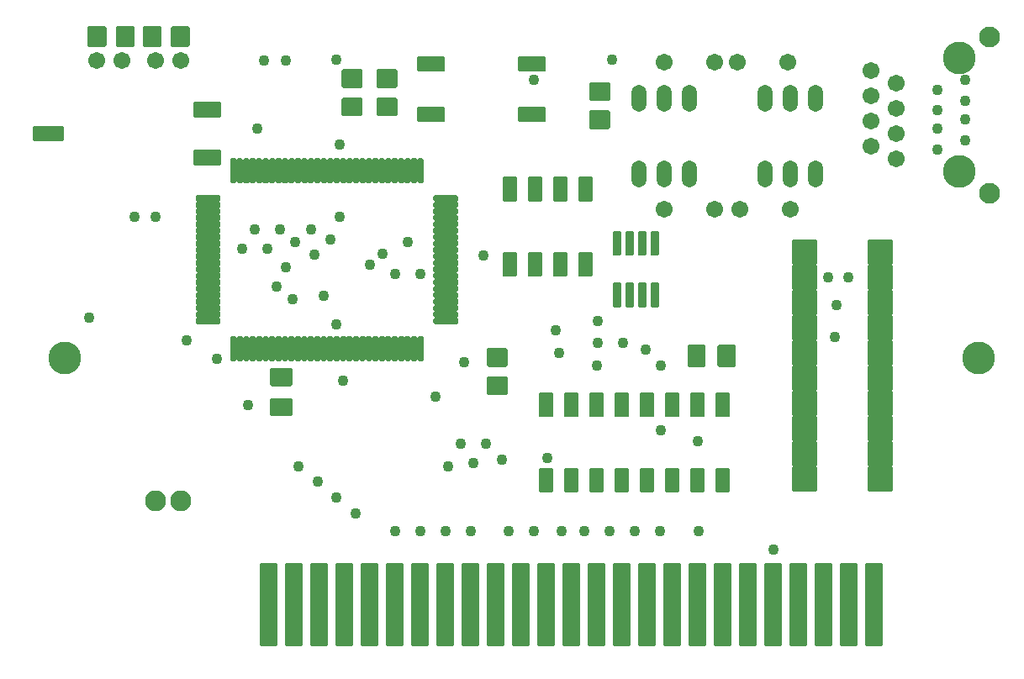
<source format=gbr>
%TF.GenerationSoftware,KiCad,Pcbnew,5.1.8-4.fc33*%
%TF.CreationDate,2021-01-04T09:43:00+01:00*%
%TF.ProjectId,obsonet_1,6f62736f-6e65-4745-9f31-2e6b69636164,rev?*%
%TF.SameCoordinates,Original*%
%TF.FileFunction,Soldermask,Bot*%
%TF.FilePolarity,Negative*%
%FSLAX46Y46*%
G04 Gerber Fmt 4.6, Leading zero omitted, Abs format (unit mm)*
G04 Created by KiCad (PCBNEW 5.1.8-4.fc33) date 2021-01-04 09:43:00*
%MOMM*%
%LPD*%
G01*
G04 APERTURE LIST*
%ADD10C,2.104800*%
%ADD11C,2.100000*%
%ADD12C,3.300000*%
%ADD13C,1.712800*%
%ADD14O,1.512800X2.720800*%
%ADD15C,1.106400*%
G04 APERTURE END LIST*
%TO.C,C1*%
G36*
G01*
X125291100Y-109864200D02*
X123291100Y-109864200D01*
G75*
G02*
X123138700Y-109711800I0J152400D01*
G01*
X123138700Y-108211800D01*
G75*
G02*
X123291100Y-108059400I152400J0D01*
G01*
X125291100Y-108059400D01*
G75*
G02*
X125443500Y-108211800I0J-152400D01*
G01*
X125443500Y-109711800D01*
G75*
G02*
X125291100Y-109864200I-152400J0D01*
G01*
G37*
G36*
G01*
X125291100Y-112864200D02*
X123291100Y-112864200D01*
G75*
G02*
X123138700Y-112711800I0J152400D01*
G01*
X123138700Y-111211800D01*
G75*
G02*
X123291100Y-111059400I152400J0D01*
G01*
X125291100Y-111059400D01*
G75*
G02*
X125443500Y-111211800I0J-152400D01*
G01*
X125443500Y-112711800D01*
G75*
G02*
X125291100Y-112864200I-152400J0D01*
G01*
G37*
%TD*%
%TO.C,C4*%
G36*
G01*
X168227500Y-107810600D02*
X168227500Y-105810600D01*
G75*
G02*
X168379900Y-105658200I152400J0D01*
G01*
X169879900Y-105658200D01*
G75*
G02*
X170032300Y-105810600I0J-152400D01*
G01*
X170032300Y-107810600D01*
G75*
G02*
X169879900Y-107963000I-152400J0D01*
G01*
X168379900Y-107963000D01*
G75*
G02*
X168227500Y-107810600I0J152400D01*
G01*
G37*
G36*
G01*
X165227500Y-107810600D02*
X165227500Y-105810600D01*
G75*
G02*
X165379900Y-105658200I152400J0D01*
G01*
X166879900Y-105658200D01*
G75*
G02*
X167032300Y-105810600I0J-152400D01*
G01*
X167032300Y-107810600D01*
G75*
G02*
X166879900Y-107963000I-152400J0D01*
G01*
X165379900Y-107963000D01*
G75*
G02*
X165227500Y-107810600I0J152400D01*
G01*
G37*
%TD*%
D10*
%TO.C,C6*%
X111591100Y-121415600D03*
X114131100Y-121415600D03*
%TD*%
%TO.C,R2*%
G36*
G01*
X115076800Y-73746400D02*
X115076800Y-75549400D01*
G75*
G02*
X114924400Y-75701800I-152400J0D01*
G01*
X113324400Y-75701800D01*
G75*
G02*
X113172000Y-75549400I0J152400D01*
G01*
X113172000Y-73746400D01*
G75*
G02*
X113324400Y-73594000I152400J0D01*
G01*
X114924400Y-73594000D01*
G75*
G02*
X115076800Y-73746400I0J-152400D01*
G01*
G37*
G36*
G01*
X112232800Y-73746400D02*
X112232800Y-75549400D01*
G75*
G02*
X112080400Y-75701800I-152400J0D01*
G01*
X110480400Y-75701800D01*
G75*
G02*
X110328000Y-75549400I0J152400D01*
G01*
X110328000Y-73746400D01*
G75*
G02*
X110480400Y-73594000I152400J0D01*
G01*
X112080400Y-73594000D01*
G75*
G02*
X112232800Y-73746400I0J-152400D01*
G01*
G37*
%TD*%
%TO.C,R3*%
G36*
G01*
X104771600Y-75549400D02*
X104771600Y-73746400D01*
G75*
G02*
X104924000Y-73594000I152400J0D01*
G01*
X106524000Y-73594000D01*
G75*
G02*
X106676400Y-73746400I0J-152400D01*
G01*
X106676400Y-75549400D01*
G75*
G02*
X106524000Y-75701800I-152400J0D01*
G01*
X104924000Y-75701800D01*
G75*
G02*
X104771600Y-75549400I0J152400D01*
G01*
G37*
G36*
G01*
X107615600Y-75549400D02*
X107615600Y-73746400D01*
G75*
G02*
X107768000Y-73594000I152400J0D01*
G01*
X109368000Y-73594000D01*
G75*
G02*
X109520400Y-73746400I0J-152400D01*
G01*
X109520400Y-75549400D01*
G75*
G02*
X109368000Y-75701800I-152400J0D01*
G01*
X107768000Y-75701800D01*
G75*
G02*
X107615600Y-75549400I0J152400D01*
G01*
G37*
%TD*%
%TO.C,R4*%
G36*
G01*
X135828800Y-82673700D02*
X134025800Y-82673700D01*
G75*
G02*
X133873400Y-82521300I0J152400D01*
G01*
X133873400Y-80921300D01*
G75*
G02*
X134025800Y-80768900I152400J0D01*
G01*
X135828800Y-80768900D01*
G75*
G02*
X135981200Y-80921300I0J-152400D01*
G01*
X135981200Y-82521300D01*
G75*
G02*
X135828800Y-82673700I-152400J0D01*
G01*
G37*
G36*
G01*
X135828800Y-79829700D02*
X134025800Y-79829700D01*
G75*
G02*
X133873400Y-79677300I0J152400D01*
G01*
X133873400Y-78077300D01*
G75*
G02*
X134025800Y-77924900I152400J0D01*
G01*
X135828800Y-77924900D01*
G75*
G02*
X135981200Y-78077300I0J-152400D01*
G01*
X135981200Y-79677300D01*
G75*
G02*
X135828800Y-79829700I-152400J0D01*
G01*
G37*
%TD*%
%TO.C,R5*%
G36*
G01*
X132336300Y-82673700D02*
X130533300Y-82673700D01*
G75*
G02*
X130380900Y-82521300I0J152400D01*
G01*
X130380900Y-80921300D01*
G75*
G02*
X130533300Y-80768900I152400J0D01*
G01*
X132336300Y-80768900D01*
G75*
G02*
X132488700Y-80921300I0J-152400D01*
G01*
X132488700Y-82521300D01*
G75*
G02*
X132336300Y-82673700I-152400J0D01*
G01*
G37*
G36*
G01*
X132336300Y-79829700D02*
X130533300Y-79829700D01*
G75*
G02*
X130380900Y-79677300I0J152400D01*
G01*
X130380900Y-78077300D01*
G75*
G02*
X130533300Y-77924900I152400J0D01*
G01*
X132336300Y-77924900D01*
G75*
G02*
X132488700Y-78077300I0J-152400D01*
G01*
X132488700Y-79677300D01*
G75*
G02*
X132336300Y-79829700I-152400J0D01*
G01*
G37*
%TD*%
%TO.C,R6*%
G36*
G01*
X146941400Y-110772500D02*
X145138400Y-110772500D01*
G75*
G02*
X144986000Y-110620100I0J152400D01*
G01*
X144986000Y-109020100D01*
G75*
G02*
X145138400Y-108867700I152400J0D01*
G01*
X146941400Y-108867700D01*
G75*
G02*
X147093800Y-109020100I0J-152400D01*
G01*
X147093800Y-110620100D01*
G75*
G02*
X146941400Y-110772500I-152400J0D01*
G01*
G37*
G36*
G01*
X146941400Y-107928500D02*
X145138400Y-107928500D01*
G75*
G02*
X144986000Y-107776100I0J152400D01*
G01*
X144986000Y-106176100D01*
G75*
G02*
X145138400Y-106023700I152400J0D01*
G01*
X146941400Y-106023700D01*
G75*
G02*
X147093800Y-106176100I0J-152400D01*
G01*
X147093800Y-107776100D01*
G75*
G02*
X146941400Y-107928500I-152400J0D01*
G01*
G37*
%TD*%
%TO.C,R7*%
G36*
G01*
X157260200Y-83975500D02*
X155457200Y-83975500D01*
G75*
G02*
X155304800Y-83823100I0J152400D01*
G01*
X155304800Y-82223100D01*
G75*
G02*
X155457200Y-82070700I152400J0D01*
G01*
X157260200Y-82070700D01*
G75*
G02*
X157412600Y-82223100I0J-152400D01*
G01*
X157412600Y-83823100D01*
G75*
G02*
X157260200Y-83975500I-152400J0D01*
G01*
G37*
G36*
G01*
X157260200Y-81131500D02*
X155457200Y-81131500D01*
G75*
G02*
X155304800Y-80979100I0J152400D01*
G01*
X155304800Y-79379100D01*
G75*
G02*
X155457200Y-79226700I152400J0D01*
G01*
X157260200Y-79226700D01*
G75*
G02*
X157412600Y-79379100I0J-152400D01*
G01*
X157412600Y-80979100D01*
G75*
G02*
X157260200Y-81131500I-152400J0D01*
G01*
G37*
%TD*%
D11*
%TO.C,CON2*%
X195601500Y-74647900D03*
X195601500Y-90395900D03*
D12*
X192553500Y-76806900D03*
X192553500Y-88236900D03*
D13*
X183663500Y-78076900D03*
X186203500Y-79346900D03*
X186203500Y-86966900D03*
X183663500Y-85696900D03*
X186203500Y-84426900D03*
X183663500Y-83156900D03*
X186203500Y-81886900D03*
X183663500Y-80616900D03*
%TD*%
%TO.C,IC2*%
G36*
G01*
X161462500Y-101779300D02*
X161462500Y-99579300D01*
G75*
G02*
X161614900Y-99426900I152400J0D01*
G01*
X162214900Y-99426900D01*
G75*
G02*
X162367300Y-99579300I0J-152400D01*
G01*
X162367300Y-101779300D01*
G75*
G02*
X162214900Y-101931700I-152400J0D01*
G01*
X161614900Y-101931700D01*
G75*
G02*
X161462500Y-101779300I0J152400D01*
G01*
G37*
G36*
G01*
X160192500Y-101779300D02*
X160192500Y-99579300D01*
G75*
G02*
X160344900Y-99426900I152400J0D01*
G01*
X160944900Y-99426900D01*
G75*
G02*
X161097300Y-99579300I0J-152400D01*
G01*
X161097300Y-101779300D01*
G75*
G02*
X160944900Y-101931700I-152400J0D01*
G01*
X160344900Y-101931700D01*
G75*
G02*
X160192500Y-101779300I0J152400D01*
G01*
G37*
G36*
G01*
X157652500Y-101779300D02*
X157652500Y-99579300D01*
G75*
G02*
X157804900Y-99426900I152400J0D01*
G01*
X158404900Y-99426900D01*
G75*
G02*
X158557300Y-99579300I0J-152400D01*
G01*
X158557300Y-101779300D01*
G75*
G02*
X158404900Y-101931700I-152400J0D01*
G01*
X157804900Y-101931700D01*
G75*
G02*
X157652500Y-101779300I0J152400D01*
G01*
G37*
G36*
G01*
X161462500Y-96579300D02*
X161462500Y-94379300D01*
G75*
G02*
X161614900Y-94226900I152400J0D01*
G01*
X162214900Y-94226900D01*
G75*
G02*
X162367300Y-94379300I0J-152400D01*
G01*
X162367300Y-96579300D01*
G75*
G02*
X162214900Y-96731700I-152400J0D01*
G01*
X161614900Y-96731700D01*
G75*
G02*
X161462500Y-96579300I0J152400D01*
G01*
G37*
G36*
G01*
X160192500Y-96579300D02*
X160192500Y-94379300D01*
G75*
G02*
X160344900Y-94226900I152400J0D01*
G01*
X160944900Y-94226900D01*
G75*
G02*
X161097300Y-94379300I0J-152400D01*
G01*
X161097300Y-96579300D01*
G75*
G02*
X160944900Y-96731700I-152400J0D01*
G01*
X160344900Y-96731700D01*
G75*
G02*
X160192500Y-96579300I0J152400D01*
G01*
G37*
G36*
G01*
X157652500Y-96579300D02*
X157652500Y-94379300D01*
G75*
G02*
X157804900Y-94226900I152400J0D01*
G01*
X158404900Y-94226900D01*
G75*
G02*
X158557300Y-94379300I0J-152400D01*
G01*
X158557300Y-96579300D01*
G75*
G02*
X158404900Y-96731700I-152400J0D01*
G01*
X157804900Y-96731700D01*
G75*
G02*
X157652500Y-96579300I0J152400D01*
G01*
G37*
G36*
G01*
X158922500Y-101779300D02*
X158922500Y-99579300D01*
G75*
G02*
X159074900Y-99426900I152400J0D01*
G01*
X159674900Y-99426900D01*
G75*
G02*
X159827300Y-99579300I0J-152400D01*
G01*
X159827300Y-101779300D01*
G75*
G02*
X159674900Y-101931700I-152400J0D01*
G01*
X159074900Y-101931700D01*
G75*
G02*
X158922500Y-101779300I0J152400D01*
G01*
G37*
G36*
G01*
X158922500Y-96579300D02*
X158922500Y-94379300D01*
G75*
G02*
X159074900Y-94226900I152400J0D01*
G01*
X159674900Y-94226900D01*
G75*
G02*
X159827300Y-94379300I0J-152400D01*
G01*
X159827300Y-96579300D01*
G75*
G02*
X159674900Y-96731700I-152400J0D01*
G01*
X159074900Y-96731700D01*
G75*
G02*
X158922500Y-96579300I0J152400D01*
G01*
G37*
%TD*%
%TO.C,Q1*%
G36*
G01*
X99430900Y-83639400D02*
X102224900Y-83639400D01*
G75*
G02*
X102377300Y-83791800I0J-152400D01*
G01*
X102377300Y-85061800D01*
G75*
G02*
X102224900Y-85214200I-152400J0D01*
G01*
X99430900Y-85214200D01*
G75*
G02*
X99278500Y-85061800I0J152400D01*
G01*
X99278500Y-83791800D01*
G75*
G02*
X99430900Y-83639400I152400J0D01*
G01*
G37*
G36*
G01*
X115559900Y-86052400D02*
X118099900Y-86052400D01*
G75*
G02*
X118252300Y-86204800I0J-152400D01*
G01*
X118252300Y-87474800D01*
G75*
G02*
X118099900Y-87627200I-152400J0D01*
G01*
X115559900Y-87627200D01*
G75*
G02*
X115407500Y-87474800I0J152400D01*
G01*
X115407500Y-86204800D01*
G75*
G02*
X115559900Y-86052400I152400J0D01*
G01*
G37*
G36*
G01*
X115559900Y-81226400D02*
X118099900Y-81226400D01*
G75*
G02*
X118252300Y-81378800I0J-152400D01*
G01*
X118252300Y-82648800D01*
G75*
G02*
X118099900Y-82801200I-152400J0D01*
G01*
X115559900Y-82801200D01*
G75*
G02*
X115407500Y-82648800I0J152400D01*
G01*
X115407500Y-81378800D01*
G75*
G02*
X115559900Y-81226400I152400J0D01*
G01*
G37*
%TD*%
D14*
%TO.C,TF1*%
X173027300Y-88459100D03*
X165407300Y-88459100D03*
X165407300Y-80839100D03*
X173027300Y-80839100D03*
X178107300Y-88459100D03*
X175567300Y-88459100D03*
X162867300Y-88459100D03*
X160327300Y-88459100D03*
X160327300Y-80839100D03*
X162867300Y-80839100D03*
X175567300Y-80839100D03*
X178107300Y-80839100D03*
%TD*%
D13*
%TO.C,C7*%
X175313500Y-77187800D03*
X170233500Y-77187800D03*
%TD*%
%TO.C,C8*%
X162867400Y-77187800D03*
X167947400Y-77187800D03*
%TD*%
%TO.C,C9*%
X167947400Y-92078600D03*
X162867400Y-92078600D03*
%TD*%
%TO.C,C10*%
X170487300Y-92078600D03*
X175567300Y-92078600D03*
%TD*%
%TO.C,IC3*%
G36*
G01*
X150208700Y-120441800D02*
X150208700Y-118241800D01*
G75*
G02*
X150361100Y-118089400I152400J0D01*
G01*
X151561100Y-118089400D01*
G75*
G02*
X151713500Y-118241800I0J-152400D01*
G01*
X151713500Y-120441800D01*
G75*
G02*
X151561100Y-120594200I-152400J0D01*
G01*
X150361100Y-120594200D01*
G75*
G02*
X150208700Y-120441800I0J152400D01*
G01*
G37*
G36*
G01*
X152748700Y-120441800D02*
X152748700Y-118241800D01*
G75*
G02*
X152901100Y-118089400I152400J0D01*
G01*
X154101100Y-118089400D01*
G75*
G02*
X154253500Y-118241800I0J-152400D01*
G01*
X154253500Y-120441800D01*
G75*
G02*
X154101100Y-120594200I-152400J0D01*
G01*
X152901100Y-120594200D01*
G75*
G02*
X152748700Y-120441800I0J152400D01*
G01*
G37*
G36*
G01*
X155288700Y-120441800D02*
X155288700Y-118241800D01*
G75*
G02*
X155441100Y-118089400I152400J0D01*
G01*
X156641100Y-118089400D01*
G75*
G02*
X156793500Y-118241800I0J-152400D01*
G01*
X156793500Y-120441800D01*
G75*
G02*
X156641100Y-120594200I-152400J0D01*
G01*
X155441100Y-120594200D01*
G75*
G02*
X155288700Y-120441800I0J152400D01*
G01*
G37*
G36*
G01*
X157828700Y-120441800D02*
X157828700Y-118241800D01*
G75*
G02*
X157981100Y-118089400I152400J0D01*
G01*
X159181100Y-118089400D01*
G75*
G02*
X159333500Y-118241800I0J-152400D01*
G01*
X159333500Y-120441800D01*
G75*
G02*
X159181100Y-120594200I-152400J0D01*
G01*
X157981100Y-120594200D01*
G75*
G02*
X157828700Y-120441800I0J152400D01*
G01*
G37*
G36*
G01*
X160368700Y-120441800D02*
X160368700Y-118241800D01*
G75*
G02*
X160521100Y-118089400I152400J0D01*
G01*
X161721100Y-118089400D01*
G75*
G02*
X161873500Y-118241800I0J-152400D01*
G01*
X161873500Y-120441800D01*
G75*
G02*
X161721100Y-120594200I-152400J0D01*
G01*
X160521100Y-120594200D01*
G75*
G02*
X160368700Y-120441800I0J152400D01*
G01*
G37*
G36*
G01*
X162908700Y-120441800D02*
X162908700Y-118241800D01*
G75*
G02*
X163061100Y-118089400I152400J0D01*
G01*
X164261100Y-118089400D01*
G75*
G02*
X164413500Y-118241800I0J-152400D01*
G01*
X164413500Y-120441800D01*
G75*
G02*
X164261100Y-120594200I-152400J0D01*
G01*
X163061100Y-120594200D01*
G75*
G02*
X162908700Y-120441800I0J152400D01*
G01*
G37*
G36*
G01*
X165448700Y-120441800D02*
X165448700Y-118241800D01*
G75*
G02*
X165601100Y-118089400I152400J0D01*
G01*
X166801100Y-118089400D01*
G75*
G02*
X166953500Y-118241800I0J-152400D01*
G01*
X166953500Y-120441800D01*
G75*
G02*
X166801100Y-120594200I-152400J0D01*
G01*
X165601100Y-120594200D01*
G75*
G02*
X165448700Y-120441800I0J152400D01*
G01*
G37*
G36*
G01*
X167988700Y-120441800D02*
X167988700Y-118241800D01*
G75*
G02*
X168141100Y-118089400I152400J0D01*
G01*
X169341100Y-118089400D01*
G75*
G02*
X169493500Y-118241800I0J-152400D01*
G01*
X169493500Y-120441800D01*
G75*
G02*
X169341100Y-120594200I-152400J0D01*
G01*
X168141100Y-120594200D01*
G75*
G02*
X167988700Y-120441800I0J152400D01*
G01*
G37*
G36*
G01*
X167988700Y-112841800D02*
X167988700Y-110641800D01*
G75*
G02*
X168141100Y-110489400I152400J0D01*
G01*
X169341100Y-110489400D01*
G75*
G02*
X169493500Y-110641800I0J-152400D01*
G01*
X169493500Y-112841800D01*
G75*
G02*
X169341100Y-112994200I-152400J0D01*
G01*
X168141100Y-112994200D01*
G75*
G02*
X167988700Y-112841800I0J152400D01*
G01*
G37*
G36*
G01*
X165448700Y-112841800D02*
X165448700Y-110641800D01*
G75*
G02*
X165601100Y-110489400I152400J0D01*
G01*
X166801100Y-110489400D01*
G75*
G02*
X166953500Y-110641800I0J-152400D01*
G01*
X166953500Y-112841800D01*
G75*
G02*
X166801100Y-112994200I-152400J0D01*
G01*
X165601100Y-112994200D01*
G75*
G02*
X165448700Y-112841800I0J152400D01*
G01*
G37*
G36*
G01*
X162908700Y-112841800D02*
X162908700Y-110641800D01*
G75*
G02*
X163061100Y-110489400I152400J0D01*
G01*
X164261100Y-110489400D01*
G75*
G02*
X164413500Y-110641800I0J-152400D01*
G01*
X164413500Y-112841800D01*
G75*
G02*
X164261100Y-112994200I-152400J0D01*
G01*
X163061100Y-112994200D01*
G75*
G02*
X162908700Y-112841800I0J152400D01*
G01*
G37*
G36*
G01*
X160368700Y-112841800D02*
X160368700Y-110641800D01*
G75*
G02*
X160521100Y-110489400I152400J0D01*
G01*
X161721100Y-110489400D01*
G75*
G02*
X161873500Y-110641800I0J-152400D01*
G01*
X161873500Y-112841800D01*
G75*
G02*
X161721100Y-112994200I-152400J0D01*
G01*
X160521100Y-112994200D01*
G75*
G02*
X160368700Y-112841800I0J152400D01*
G01*
G37*
G36*
G01*
X157828700Y-112841800D02*
X157828700Y-110641800D01*
G75*
G02*
X157981100Y-110489400I152400J0D01*
G01*
X159181100Y-110489400D01*
G75*
G02*
X159333500Y-110641800I0J-152400D01*
G01*
X159333500Y-112841800D01*
G75*
G02*
X159181100Y-112994200I-152400J0D01*
G01*
X157981100Y-112994200D01*
G75*
G02*
X157828700Y-112841800I0J152400D01*
G01*
G37*
G36*
G01*
X155288700Y-112841800D02*
X155288700Y-110641800D01*
G75*
G02*
X155441100Y-110489400I152400J0D01*
G01*
X156641100Y-110489400D01*
G75*
G02*
X156793500Y-110641800I0J-152400D01*
G01*
X156793500Y-112841800D01*
G75*
G02*
X156641100Y-112994200I-152400J0D01*
G01*
X155441100Y-112994200D01*
G75*
G02*
X155288700Y-112841800I0J152400D01*
G01*
G37*
G36*
G01*
X152748700Y-112841800D02*
X152748700Y-110641800D01*
G75*
G02*
X152901100Y-110489400I152400J0D01*
G01*
X154101100Y-110489400D01*
G75*
G02*
X154253500Y-110641800I0J-152400D01*
G01*
X154253500Y-112841800D01*
G75*
G02*
X154101100Y-112994200I-152400J0D01*
G01*
X152901100Y-112994200D01*
G75*
G02*
X152748700Y-112841800I0J152400D01*
G01*
G37*
G36*
G01*
X150208700Y-112841800D02*
X150208700Y-110641800D01*
G75*
G02*
X150361100Y-110489400I152400J0D01*
G01*
X151561100Y-110489400D01*
G75*
G02*
X151713500Y-110641800I0J-152400D01*
G01*
X151713500Y-112841800D01*
G75*
G02*
X151561100Y-112994200I-152400J0D01*
G01*
X150361100Y-112994200D01*
G75*
G02*
X150208700Y-112841800I0J152400D01*
G01*
G37*
%TD*%
%TO.C,IC6*%
G36*
G01*
X178273500Y-118068100D02*
X178273500Y-120318100D01*
G75*
G02*
X178121100Y-120470500I-152400J0D01*
G01*
X175871100Y-120470500D01*
G75*
G02*
X175718700Y-120318100I0J152400D01*
G01*
X175718700Y-118068100D01*
G75*
G02*
X175871100Y-117915700I152400J0D01*
G01*
X178121100Y-117915700D01*
G75*
G02*
X178273500Y-118068100I0J-152400D01*
G01*
G37*
G36*
G01*
X178273500Y-115528100D02*
X178273500Y-117778100D01*
G75*
G02*
X178121100Y-117930500I-152400J0D01*
G01*
X175871100Y-117930500D01*
G75*
G02*
X175718700Y-117778100I0J152400D01*
G01*
X175718700Y-115528100D01*
G75*
G02*
X175871100Y-115375700I152400J0D01*
G01*
X178121100Y-115375700D01*
G75*
G02*
X178273500Y-115528100I0J-152400D01*
G01*
G37*
G36*
G01*
X178273500Y-112988100D02*
X178273500Y-115238100D01*
G75*
G02*
X178121100Y-115390500I-152400J0D01*
G01*
X175871100Y-115390500D01*
G75*
G02*
X175718700Y-115238100I0J152400D01*
G01*
X175718700Y-112988100D01*
G75*
G02*
X175871100Y-112835700I152400J0D01*
G01*
X178121100Y-112835700D01*
G75*
G02*
X178273500Y-112988100I0J-152400D01*
G01*
G37*
G36*
G01*
X178273500Y-110448100D02*
X178273500Y-112698100D01*
G75*
G02*
X178121100Y-112850500I-152400J0D01*
G01*
X175871100Y-112850500D01*
G75*
G02*
X175718700Y-112698100I0J152400D01*
G01*
X175718700Y-110448100D01*
G75*
G02*
X175871100Y-110295700I152400J0D01*
G01*
X178121100Y-110295700D01*
G75*
G02*
X178273500Y-110448100I0J-152400D01*
G01*
G37*
G36*
G01*
X178273500Y-107908100D02*
X178273500Y-110158100D01*
G75*
G02*
X178121100Y-110310500I-152400J0D01*
G01*
X175871100Y-110310500D01*
G75*
G02*
X175718700Y-110158100I0J152400D01*
G01*
X175718700Y-107908100D01*
G75*
G02*
X175871100Y-107755700I152400J0D01*
G01*
X178121100Y-107755700D01*
G75*
G02*
X178273500Y-107908100I0J-152400D01*
G01*
G37*
G36*
G01*
X178273500Y-105368100D02*
X178273500Y-107618100D01*
G75*
G02*
X178121100Y-107770500I-152400J0D01*
G01*
X175871100Y-107770500D01*
G75*
G02*
X175718700Y-107618100I0J152400D01*
G01*
X175718700Y-105368100D01*
G75*
G02*
X175871100Y-105215700I152400J0D01*
G01*
X178121100Y-105215700D01*
G75*
G02*
X178273500Y-105368100I0J-152400D01*
G01*
G37*
G36*
G01*
X178273500Y-102828100D02*
X178273500Y-105078100D01*
G75*
G02*
X178121100Y-105230500I-152400J0D01*
G01*
X175871100Y-105230500D01*
G75*
G02*
X175718700Y-105078100I0J152400D01*
G01*
X175718700Y-102828100D01*
G75*
G02*
X175871100Y-102675700I152400J0D01*
G01*
X178121100Y-102675700D01*
G75*
G02*
X178273500Y-102828100I0J-152400D01*
G01*
G37*
G36*
G01*
X178273500Y-100288100D02*
X178273500Y-102538100D01*
G75*
G02*
X178121100Y-102690500I-152400J0D01*
G01*
X175871100Y-102690500D01*
G75*
G02*
X175718700Y-102538100I0J152400D01*
G01*
X175718700Y-100288100D01*
G75*
G02*
X175871100Y-100135700I152400J0D01*
G01*
X178121100Y-100135700D01*
G75*
G02*
X178273500Y-100288100I0J-152400D01*
G01*
G37*
G36*
G01*
X178273500Y-97748100D02*
X178273500Y-99998100D01*
G75*
G02*
X178121100Y-100150500I-152400J0D01*
G01*
X175871100Y-100150500D01*
G75*
G02*
X175718700Y-99998100I0J152400D01*
G01*
X175718700Y-97748100D01*
G75*
G02*
X175871100Y-97595700I152400J0D01*
G01*
X178121100Y-97595700D01*
G75*
G02*
X178273500Y-97748100I0J-152400D01*
G01*
G37*
G36*
G01*
X178273500Y-95208100D02*
X178273500Y-97458100D01*
G75*
G02*
X178121100Y-97610500I-152400J0D01*
G01*
X175871100Y-97610500D01*
G75*
G02*
X175718700Y-97458100I0J152400D01*
G01*
X175718700Y-95208100D01*
G75*
G02*
X175871100Y-95055700I152400J0D01*
G01*
X178121100Y-95055700D01*
G75*
G02*
X178273500Y-95208100I0J-152400D01*
G01*
G37*
G36*
G01*
X185893500Y-95208100D02*
X185893500Y-97458100D01*
G75*
G02*
X185741100Y-97610500I-152400J0D01*
G01*
X183491100Y-97610500D01*
G75*
G02*
X183338700Y-97458100I0J152400D01*
G01*
X183338700Y-95208100D01*
G75*
G02*
X183491100Y-95055700I152400J0D01*
G01*
X185741100Y-95055700D01*
G75*
G02*
X185893500Y-95208100I0J-152400D01*
G01*
G37*
G36*
G01*
X185893500Y-97748100D02*
X185893500Y-99998100D01*
G75*
G02*
X185741100Y-100150500I-152400J0D01*
G01*
X183491100Y-100150500D01*
G75*
G02*
X183338700Y-99998100I0J152400D01*
G01*
X183338700Y-97748100D01*
G75*
G02*
X183491100Y-97595700I152400J0D01*
G01*
X185741100Y-97595700D01*
G75*
G02*
X185893500Y-97748100I0J-152400D01*
G01*
G37*
G36*
G01*
X185893500Y-107908100D02*
X185893500Y-110158100D01*
G75*
G02*
X185741100Y-110310500I-152400J0D01*
G01*
X183491100Y-110310500D01*
G75*
G02*
X183338700Y-110158100I0J152400D01*
G01*
X183338700Y-107908100D01*
G75*
G02*
X183491100Y-107755700I152400J0D01*
G01*
X185741100Y-107755700D01*
G75*
G02*
X185893500Y-107908100I0J-152400D01*
G01*
G37*
G36*
G01*
X185893500Y-105368100D02*
X185893500Y-107618100D01*
G75*
G02*
X185741100Y-107770500I-152400J0D01*
G01*
X183491100Y-107770500D01*
G75*
G02*
X183338700Y-107618100I0J152400D01*
G01*
X183338700Y-105368100D01*
G75*
G02*
X183491100Y-105215700I152400J0D01*
G01*
X185741100Y-105215700D01*
G75*
G02*
X185893500Y-105368100I0J-152400D01*
G01*
G37*
G36*
G01*
X185893500Y-110448100D02*
X185893500Y-112698100D01*
G75*
G02*
X185741100Y-112850500I-152400J0D01*
G01*
X183491100Y-112850500D01*
G75*
G02*
X183338700Y-112698100I0J152400D01*
G01*
X183338700Y-110448100D01*
G75*
G02*
X183491100Y-110295700I152400J0D01*
G01*
X185741100Y-110295700D01*
G75*
G02*
X185893500Y-110448100I0J-152400D01*
G01*
G37*
G36*
G01*
X185893500Y-112988100D02*
X185893500Y-115238100D01*
G75*
G02*
X185741100Y-115390500I-152400J0D01*
G01*
X183491100Y-115390500D01*
G75*
G02*
X183338700Y-115238100I0J152400D01*
G01*
X183338700Y-112988100D01*
G75*
G02*
X183491100Y-112835700I152400J0D01*
G01*
X185741100Y-112835700D01*
G75*
G02*
X185893500Y-112988100I0J-152400D01*
G01*
G37*
G36*
G01*
X185893500Y-100288100D02*
X185893500Y-102538100D01*
G75*
G02*
X185741100Y-102690500I-152400J0D01*
G01*
X183491100Y-102690500D01*
G75*
G02*
X183338700Y-102538100I0J152400D01*
G01*
X183338700Y-100288100D01*
G75*
G02*
X183491100Y-100135700I152400J0D01*
G01*
X185741100Y-100135700D01*
G75*
G02*
X185893500Y-100288100I0J-152400D01*
G01*
G37*
G36*
G01*
X185893500Y-102828100D02*
X185893500Y-105078100D01*
G75*
G02*
X185741100Y-105230500I-152400J0D01*
G01*
X183491100Y-105230500D01*
G75*
G02*
X183338700Y-105078100I0J152400D01*
G01*
X183338700Y-102828100D01*
G75*
G02*
X183491100Y-102675700I152400J0D01*
G01*
X185741100Y-102675700D01*
G75*
G02*
X185893500Y-102828100I0J-152400D01*
G01*
G37*
G36*
G01*
X185893500Y-115528100D02*
X185893500Y-117778100D01*
G75*
G02*
X185741100Y-117930500I-152400J0D01*
G01*
X183491100Y-117930500D01*
G75*
G02*
X183338700Y-117778100I0J152400D01*
G01*
X183338700Y-115528100D01*
G75*
G02*
X183491100Y-115375700I152400J0D01*
G01*
X185741100Y-115375700D01*
G75*
G02*
X185893500Y-115528100I0J-152400D01*
G01*
G37*
G36*
G01*
X185893500Y-118068100D02*
X185893500Y-120318100D01*
G75*
G02*
X185741100Y-120470500I-152400J0D01*
G01*
X183491100Y-120470500D01*
G75*
G02*
X183338700Y-120318100I0J152400D01*
G01*
X183338700Y-118068100D01*
G75*
G02*
X183491100Y-117915700I152400J0D01*
G01*
X185741100Y-117915700D01*
G75*
G02*
X185893500Y-118068100I0J-152400D01*
G01*
G37*
%TD*%
%TO.C,SW1*%
G36*
G01*
X148110000Y-78045100D02*
X148110000Y-76775100D01*
G75*
G02*
X148262400Y-76622700I152400J0D01*
G01*
X150802400Y-76622700D01*
G75*
G02*
X150954800Y-76775100I0J-152400D01*
G01*
X150954800Y-78045100D01*
G75*
G02*
X150802400Y-78197500I-152400J0D01*
G01*
X148262400Y-78197500D01*
G75*
G02*
X148110000Y-78045100I0J152400D01*
G01*
G37*
G36*
G01*
X137950000Y-78045100D02*
X137950000Y-76775100D01*
G75*
G02*
X138102400Y-76622700I152400J0D01*
G01*
X140642400Y-76622700D01*
G75*
G02*
X140794800Y-76775100I0J-152400D01*
G01*
X140794800Y-78045100D01*
G75*
G02*
X140642400Y-78197500I-152400J0D01*
G01*
X138102400Y-78197500D01*
G75*
G02*
X137950000Y-78045100I0J152400D01*
G01*
G37*
G36*
G01*
X148110000Y-83125100D02*
X148110000Y-81855100D01*
G75*
G02*
X148262400Y-81702700I152400J0D01*
G01*
X150802400Y-81702700D01*
G75*
G02*
X150954800Y-81855100I0J-152400D01*
G01*
X150954800Y-83125100D01*
G75*
G02*
X150802400Y-83277500I-152400J0D01*
G01*
X148262400Y-83277500D01*
G75*
G02*
X148110000Y-83125100I0J152400D01*
G01*
G37*
G36*
G01*
X137950000Y-83125100D02*
X137950000Y-81855100D01*
G75*
G02*
X138102400Y-81702700I152400J0D01*
G01*
X140642400Y-81702700D01*
G75*
G02*
X140794800Y-81855100I0J-152400D01*
G01*
X140794800Y-83125100D01*
G75*
G02*
X140642400Y-83277500I-152400J0D01*
G01*
X138102400Y-83277500D01*
G75*
G02*
X137950000Y-83125100I0J152400D01*
G01*
G37*
%TD*%
%TO.C,LED1*%
X108257500Y-77029200D03*
X105717500Y-77029200D03*
%TD*%
%TO.C,LED2*%
X111591100Y-77029100D03*
X114131100Y-77029100D03*
%TD*%
%TO.C,IC5*%
G36*
G01*
X146557500Y-98693100D02*
X146557500Y-96493100D01*
G75*
G02*
X146709900Y-96340700I152400J0D01*
G01*
X147909900Y-96340700D01*
G75*
G02*
X148062300Y-96493100I0J-152400D01*
G01*
X148062300Y-98693100D01*
G75*
G02*
X147909900Y-98845500I-152400J0D01*
G01*
X146709900Y-98845500D01*
G75*
G02*
X146557500Y-98693100I0J152400D01*
G01*
G37*
G36*
G01*
X149097500Y-98693100D02*
X149097500Y-96493100D01*
G75*
G02*
X149249900Y-96340700I152400J0D01*
G01*
X150449900Y-96340700D01*
G75*
G02*
X150602300Y-96493100I0J-152400D01*
G01*
X150602300Y-98693100D01*
G75*
G02*
X150449900Y-98845500I-152400J0D01*
G01*
X149249900Y-98845500D01*
G75*
G02*
X149097500Y-98693100I0J152400D01*
G01*
G37*
G36*
G01*
X151637500Y-98693100D02*
X151637500Y-96493100D01*
G75*
G02*
X151789900Y-96340700I152400J0D01*
G01*
X152989900Y-96340700D01*
G75*
G02*
X153142300Y-96493100I0J-152400D01*
G01*
X153142300Y-98693100D01*
G75*
G02*
X152989900Y-98845500I-152400J0D01*
G01*
X151789900Y-98845500D01*
G75*
G02*
X151637500Y-98693100I0J152400D01*
G01*
G37*
G36*
G01*
X154177500Y-98693100D02*
X154177500Y-96493100D01*
G75*
G02*
X154329900Y-96340700I152400J0D01*
G01*
X155529900Y-96340700D01*
G75*
G02*
X155682300Y-96493100I0J-152400D01*
G01*
X155682300Y-98693100D01*
G75*
G02*
X155529900Y-98845500I-152400J0D01*
G01*
X154329900Y-98845500D01*
G75*
G02*
X154177500Y-98693100I0J152400D01*
G01*
G37*
G36*
G01*
X154177500Y-91093100D02*
X154177500Y-88893100D01*
G75*
G02*
X154329900Y-88740700I152400J0D01*
G01*
X155529900Y-88740700D01*
G75*
G02*
X155682300Y-88893100I0J-152400D01*
G01*
X155682300Y-91093100D01*
G75*
G02*
X155529900Y-91245500I-152400J0D01*
G01*
X154329900Y-91245500D01*
G75*
G02*
X154177500Y-91093100I0J152400D01*
G01*
G37*
G36*
G01*
X151637500Y-91093100D02*
X151637500Y-88893100D01*
G75*
G02*
X151789900Y-88740700I152400J0D01*
G01*
X152989900Y-88740700D01*
G75*
G02*
X153142300Y-88893100I0J-152400D01*
G01*
X153142300Y-91093100D01*
G75*
G02*
X152989900Y-91245500I-152400J0D01*
G01*
X151789900Y-91245500D01*
G75*
G02*
X151637500Y-91093100I0J152400D01*
G01*
G37*
G36*
G01*
X149097500Y-91093100D02*
X149097500Y-88893100D01*
G75*
G02*
X149249900Y-88740700I152400J0D01*
G01*
X150449900Y-88740700D01*
G75*
G02*
X150602300Y-88893100I0J-152400D01*
G01*
X150602300Y-91093100D01*
G75*
G02*
X150449900Y-91245500I-152400J0D01*
G01*
X149249900Y-91245500D01*
G75*
G02*
X149097500Y-91093100I0J152400D01*
G01*
G37*
G36*
G01*
X146557500Y-91093100D02*
X146557500Y-88893100D01*
G75*
G02*
X146709900Y-88740700I152400J0D01*
G01*
X147909900Y-88740700D01*
G75*
G02*
X148062300Y-88893100I0J-152400D01*
G01*
X148062300Y-91093100D01*
G75*
G02*
X147909900Y-91245500I-152400J0D01*
G01*
X146709900Y-91245500D01*
G75*
G02*
X146557500Y-91093100I0J152400D01*
G01*
G37*
%TD*%
%TO.C,IC4*%
G36*
G01*
X142112300Y-103126800D02*
X142112300Y-103476800D01*
G75*
G02*
X141959900Y-103629200I-152400J0D01*
G01*
X139759900Y-103629200D01*
G75*
G02*
X139607500Y-103476800I0J152400D01*
G01*
X139607500Y-103126800D01*
G75*
G02*
X139759900Y-102974400I152400J0D01*
G01*
X141959900Y-102974400D01*
G75*
G02*
X142112300Y-103126800I0J-152400D01*
G01*
G37*
G36*
G01*
X142112300Y-102476800D02*
X142112300Y-102826800D01*
G75*
G02*
X141959900Y-102979200I-152400J0D01*
G01*
X139759900Y-102979200D01*
G75*
G02*
X139607500Y-102826800I0J152400D01*
G01*
X139607500Y-102476800D01*
G75*
G02*
X139759900Y-102324400I152400J0D01*
G01*
X141959900Y-102324400D01*
G75*
G02*
X142112300Y-102476800I0J-152400D01*
G01*
G37*
G36*
G01*
X142112300Y-101826800D02*
X142112300Y-102176800D01*
G75*
G02*
X141959900Y-102329200I-152400J0D01*
G01*
X139759900Y-102329200D01*
G75*
G02*
X139607500Y-102176800I0J152400D01*
G01*
X139607500Y-101826800D01*
G75*
G02*
X139759900Y-101674400I152400J0D01*
G01*
X141959900Y-101674400D01*
G75*
G02*
X142112300Y-101826800I0J-152400D01*
G01*
G37*
G36*
G01*
X142112300Y-101176800D02*
X142112300Y-101526800D01*
G75*
G02*
X141959900Y-101679200I-152400J0D01*
G01*
X139759900Y-101679200D01*
G75*
G02*
X139607500Y-101526800I0J152400D01*
G01*
X139607500Y-101176800D01*
G75*
G02*
X139759900Y-101024400I152400J0D01*
G01*
X141959900Y-101024400D01*
G75*
G02*
X142112300Y-101176800I0J-152400D01*
G01*
G37*
G36*
G01*
X142112300Y-100526800D02*
X142112300Y-100876800D01*
G75*
G02*
X141959900Y-101029200I-152400J0D01*
G01*
X139759900Y-101029200D01*
G75*
G02*
X139607500Y-100876800I0J152400D01*
G01*
X139607500Y-100526800D01*
G75*
G02*
X139759900Y-100374400I152400J0D01*
G01*
X141959900Y-100374400D01*
G75*
G02*
X142112300Y-100526800I0J-152400D01*
G01*
G37*
G36*
G01*
X142112300Y-99876800D02*
X142112300Y-100226800D01*
G75*
G02*
X141959900Y-100379200I-152400J0D01*
G01*
X139759900Y-100379200D01*
G75*
G02*
X139607500Y-100226800I0J152400D01*
G01*
X139607500Y-99876800D01*
G75*
G02*
X139759900Y-99724400I152400J0D01*
G01*
X141959900Y-99724400D01*
G75*
G02*
X142112300Y-99876800I0J-152400D01*
G01*
G37*
G36*
G01*
X142112300Y-99226800D02*
X142112300Y-99576800D01*
G75*
G02*
X141959900Y-99729200I-152400J0D01*
G01*
X139759900Y-99729200D01*
G75*
G02*
X139607500Y-99576800I0J152400D01*
G01*
X139607500Y-99226800D01*
G75*
G02*
X139759900Y-99074400I152400J0D01*
G01*
X141959900Y-99074400D01*
G75*
G02*
X142112300Y-99226800I0J-152400D01*
G01*
G37*
G36*
G01*
X142112300Y-98576800D02*
X142112300Y-98926800D01*
G75*
G02*
X141959900Y-99079200I-152400J0D01*
G01*
X139759900Y-99079200D01*
G75*
G02*
X139607500Y-98926800I0J152400D01*
G01*
X139607500Y-98576800D01*
G75*
G02*
X139759900Y-98424400I152400J0D01*
G01*
X141959900Y-98424400D01*
G75*
G02*
X142112300Y-98576800I0J-152400D01*
G01*
G37*
G36*
G01*
X142112300Y-97926800D02*
X142112300Y-98276800D01*
G75*
G02*
X141959900Y-98429200I-152400J0D01*
G01*
X139759900Y-98429200D01*
G75*
G02*
X139607500Y-98276800I0J152400D01*
G01*
X139607500Y-97926800D01*
G75*
G02*
X139759900Y-97774400I152400J0D01*
G01*
X141959900Y-97774400D01*
G75*
G02*
X142112300Y-97926800I0J-152400D01*
G01*
G37*
G36*
G01*
X142112300Y-97276800D02*
X142112300Y-97626800D01*
G75*
G02*
X141959900Y-97779200I-152400J0D01*
G01*
X139759900Y-97779200D01*
G75*
G02*
X139607500Y-97626800I0J152400D01*
G01*
X139607500Y-97276800D01*
G75*
G02*
X139759900Y-97124400I152400J0D01*
G01*
X141959900Y-97124400D01*
G75*
G02*
X142112300Y-97276800I0J-152400D01*
G01*
G37*
G36*
G01*
X142112300Y-96626800D02*
X142112300Y-96976800D01*
G75*
G02*
X141959900Y-97129200I-152400J0D01*
G01*
X139759900Y-97129200D01*
G75*
G02*
X139607500Y-96976800I0J152400D01*
G01*
X139607500Y-96626800D01*
G75*
G02*
X139759900Y-96474400I152400J0D01*
G01*
X141959900Y-96474400D01*
G75*
G02*
X142112300Y-96626800I0J-152400D01*
G01*
G37*
G36*
G01*
X142112300Y-95976800D02*
X142112300Y-96326800D01*
G75*
G02*
X141959900Y-96479200I-152400J0D01*
G01*
X139759900Y-96479200D01*
G75*
G02*
X139607500Y-96326800I0J152400D01*
G01*
X139607500Y-95976800D01*
G75*
G02*
X139759900Y-95824400I152400J0D01*
G01*
X141959900Y-95824400D01*
G75*
G02*
X142112300Y-95976800I0J-152400D01*
G01*
G37*
G36*
G01*
X142112300Y-95326800D02*
X142112300Y-95676800D01*
G75*
G02*
X141959900Y-95829200I-152400J0D01*
G01*
X139759900Y-95829200D01*
G75*
G02*
X139607500Y-95676800I0J152400D01*
G01*
X139607500Y-95326800D01*
G75*
G02*
X139759900Y-95174400I152400J0D01*
G01*
X141959900Y-95174400D01*
G75*
G02*
X142112300Y-95326800I0J-152400D01*
G01*
G37*
G36*
G01*
X142112300Y-94676800D02*
X142112300Y-95026800D01*
G75*
G02*
X141959900Y-95179200I-152400J0D01*
G01*
X139759900Y-95179200D01*
G75*
G02*
X139607500Y-95026800I0J152400D01*
G01*
X139607500Y-94676800D01*
G75*
G02*
X139759900Y-94524400I152400J0D01*
G01*
X141959900Y-94524400D01*
G75*
G02*
X142112300Y-94676800I0J-152400D01*
G01*
G37*
G36*
G01*
X142112300Y-94026800D02*
X142112300Y-94376800D01*
G75*
G02*
X141959900Y-94529200I-152400J0D01*
G01*
X139759900Y-94529200D01*
G75*
G02*
X139607500Y-94376800I0J152400D01*
G01*
X139607500Y-94026800D01*
G75*
G02*
X139759900Y-93874400I152400J0D01*
G01*
X141959900Y-93874400D01*
G75*
G02*
X142112300Y-94026800I0J-152400D01*
G01*
G37*
G36*
G01*
X142112300Y-93376800D02*
X142112300Y-93726800D01*
G75*
G02*
X141959900Y-93879200I-152400J0D01*
G01*
X139759900Y-93879200D01*
G75*
G02*
X139607500Y-93726800I0J152400D01*
G01*
X139607500Y-93376800D01*
G75*
G02*
X139759900Y-93224400I152400J0D01*
G01*
X141959900Y-93224400D01*
G75*
G02*
X142112300Y-93376800I0J-152400D01*
G01*
G37*
G36*
G01*
X142112300Y-92726800D02*
X142112300Y-93076800D01*
G75*
G02*
X141959900Y-93229200I-152400J0D01*
G01*
X139759900Y-93229200D01*
G75*
G02*
X139607500Y-93076800I0J152400D01*
G01*
X139607500Y-92726800D01*
G75*
G02*
X139759900Y-92574400I152400J0D01*
G01*
X141959900Y-92574400D01*
G75*
G02*
X142112300Y-92726800I0J-152400D01*
G01*
G37*
G36*
G01*
X142112300Y-92076800D02*
X142112300Y-92426800D01*
G75*
G02*
X141959900Y-92579200I-152400J0D01*
G01*
X139759900Y-92579200D01*
G75*
G02*
X139607500Y-92426800I0J152400D01*
G01*
X139607500Y-92076800D01*
G75*
G02*
X139759900Y-91924400I152400J0D01*
G01*
X141959900Y-91924400D01*
G75*
G02*
X142112300Y-92076800I0J-152400D01*
G01*
G37*
G36*
G01*
X142112300Y-91426800D02*
X142112300Y-91776800D01*
G75*
G02*
X141959900Y-91929200I-152400J0D01*
G01*
X139759900Y-91929200D01*
G75*
G02*
X139607500Y-91776800I0J152400D01*
G01*
X139607500Y-91426800D01*
G75*
G02*
X139759900Y-91274400I152400J0D01*
G01*
X141959900Y-91274400D01*
G75*
G02*
X142112300Y-91426800I0J-152400D01*
G01*
G37*
G36*
G01*
X142112300Y-90776800D02*
X142112300Y-91126800D01*
G75*
G02*
X141959900Y-91279200I-152400J0D01*
G01*
X139759900Y-91279200D01*
G75*
G02*
X139607500Y-91126800I0J152400D01*
G01*
X139607500Y-90776800D01*
G75*
G02*
X139759900Y-90624400I152400J0D01*
G01*
X141959900Y-90624400D01*
G75*
G02*
X142112300Y-90776800I0J-152400D01*
G01*
G37*
G36*
G01*
X138647300Y-87061800D02*
X138647300Y-89261800D01*
G75*
G02*
X138494900Y-89414200I-152400J0D01*
G01*
X138144900Y-89414200D01*
G75*
G02*
X137992500Y-89261800I0J152400D01*
G01*
X137992500Y-87061800D01*
G75*
G02*
X138144900Y-86909400I152400J0D01*
G01*
X138494900Y-86909400D01*
G75*
G02*
X138647300Y-87061800I0J-152400D01*
G01*
G37*
G36*
G01*
X137997300Y-87061800D02*
X137997300Y-89261800D01*
G75*
G02*
X137844900Y-89414200I-152400J0D01*
G01*
X137494900Y-89414200D01*
G75*
G02*
X137342500Y-89261800I0J152400D01*
G01*
X137342500Y-87061800D01*
G75*
G02*
X137494900Y-86909400I152400J0D01*
G01*
X137844900Y-86909400D01*
G75*
G02*
X137997300Y-87061800I0J-152400D01*
G01*
G37*
G36*
G01*
X137347300Y-87061800D02*
X137347300Y-89261800D01*
G75*
G02*
X137194900Y-89414200I-152400J0D01*
G01*
X136844900Y-89414200D01*
G75*
G02*
X136692500Y-89261800I0J152400D01*
G01*
X136692500Y-87061800D01*
G75*
G02*
X136844900Y-86909400I152400J0D01*
G01*
X137194900Y-86909400D01*
G75*
G02*
X137347300Y-87061800I0J-152400D01*
G01*
G37*
G36*
G01*
X136697300Y-87061800D02*
X136697300Y-89261800D01*
G75*
G02*
X136544900Y-89414200I-152400J0D01*
G01*
X136194900Y-89414200D01*
G75*
G02*
X136042500Y-89261800I0J152400D01*
G01*
X136042500Y-87061800D01*
G75*
G02*
X136194900Y-86909400I152400J0D01*
G01*
X136544900Y-86909400D01*
G75*
G02*
X136697300Y-87061800I0J-152400D01*
G01*
G37*
G36*
G01*
X136047300Y-87061800D02*
X136047300Y-89261800D01*
G75*
G02*
X135894900Y-89414200I-152400J0D01*
G01*
X135544900Y-89414200D01*
G75*
G02*
X135392500Y-89261800I0J152400D01*
G01*
X135392500Y-87061800D01*
G75*
G02*
X135544900Y-86909400I152400J0D01*
G01*
X135894900Y-86909400D01*
G75*
G02*
X136047300Y-87061800I0J-152400D01*
G01*
G37*
G36*
G01*
X135397300Y-87061800D02*
X135397300Y-89261800D01*
G75*
G02*
X135244900Y-89414200I-152400J0D01*
G01*
X134894900Y-89414200D01*
G75*
G02*
X134742500Y-89261800I0J152400D01*
G01*
X134742500Y-87061800D01*
G75*
G02*
X134894900Y-86909400I152400J0D01*
G01*
X135244900Y-86909400D01*
G75*
G02*
X135397300Y-87061800I0J-152400D01*
G01*
G37*
G36*
G01*
X134747300Y-87061800D02*
X134747300Y-89261800D01*
G75*
G02*
X134594900Y-89414200I-152400J0D01*
G01*
X134244900Y-89414200D01*
G75*
G02*
X134092500Y-89261800I0J152400D01*
G01*
X134092500Y-87061800D01*
G75*
G02*
X134244900Y-86909400I152400J0D01*
G01*
X134594900Y-86909400D01*
G75*
G02*
X134747300Y-87061800I0J-152400D01*
G01*
G37*
G36*
G01*
X134097300Y-87061800D02*
X134097300Y-89261800D01*
G75*
G02*
X133944900Y-89414200I-152400J0D01*
G01*
X133594900Y-89414200D01*
G75*
G02*
X133442500Y-89261800I0J152400D01*
G01*
X133442500Y-87061800D01*
G75*
G02*
X133594900Y-86909400I152400J0D01*
G01*
X133944900Y-86909400D01*
G75*
G02*
X134097300Y-87061800I0J-152400D01*
G01*
G37*
G36*
G01*
X133447300Y-87061800D02*
X133447300Y-89261800D01*
G75*
G02*
X133294900Y-89414200I-152400J0D01*
G01*
X132944900Y-89414200D01*
G75*
G02*
X132792500Y-89261800I0J152400D01*
G01*
X132792500Y-87061800D01*
G75*
G02*
X132944900Y-86909400I152400J0D01*
G01*
X133294900Y-86909400D01*
G75*
G02*
X133447300Y-87061800I0J-152400D01*
G01*
G37*
G36*
G01*
X132797300Y-87061800D02*
X132797300Y-89261800D01*
G75*
G02*
X132644900Y-89414200I-152400J0D01*
G01*
X132294900Y-89414200D01*
G75*
G02*
X132142500Y-89261800I0J152400D01*
G01*
X132142500Y-87061800D01*
G75*
G02*
X132294900Y-86909400I152400J0D01*
G01*
X132644900Y-86909400D01*
G75*
G02*
X132797300Y-87061800I0J-152400D01*
G01*
G37*
G36*
G01*
X132147300Y-87061800D02*
X132147300Y-89261800D01*
G75*
G02*
X131994900Y-89414200I-152400J0D01*
G01*
X131644900Y-89414200D01*
G75*
G02*
X131492500Y-89261800I0J152400D01*
G01*
X131492500Y-87061800D01*
G75*
G02*
X131644900Y-86909400I152400J0D01*
G01*
X131994900Y-86909400D01*
G75*
G02*
X132147300Y-87061800I0J-152400D01*
G01*
G37*
G36*
G01*
X131497300Y-87061800D02*
X131497300Y-89261800D01*
G75*
G02*
X131344900Y-89414200I-152400J0D01*
G01*
X130994900Y-89414200D01*
G75*
G02*
X130842500Y-89261800I0J152400D01*
G01*
X130842500Y-87061800D01*
G75*
G02*
X130994900Y-86909400I152400J0D01*
G01*
X131344900Y-86909400D01*
G75*
G02*
X131497300Y-87061800I0J-152400D01*
G01*
G37*
G36*
G01*
X130847300Y-87061800D02*
X130847300Y-89261800D01*
G75*
G02*
X130694900Y-89414200I-152400J0D01*
G01*
X130344900Y-89414200D01*
G75*
G02*
X130192500Y-89261800I0J152400D01*
G01*
X130192500Y-87061800D01*
G75*
G02*
X130344900Y-86909400I152400J0D01*
G01*
X130694900Y-86909400D01*
G75*
G02*
X130847300Y-87061800I0J-152400D01*
G01*
G37*
G36*
G01*
X130197300Y-87061800D02*
X130197300Y-89261800D01*
G75*
G02*
X130044900Y-89414200I-152400J0D01*
G01*
X129694900Y-89414200D01*
G75*
G02*
X129542500Y-89261800I0J152400D01*
G01*
X129542500Y-87061800D01*
G75*
G02*
X129694900Y-86909400I152400J0D01*
G01*
X130044900Y-86909400D01*
G75*
G02*
X130197300Y-87061800I0J-152400D01*
G01*
G37*
G36*
G01*
X129547300Y-87061800D02*
X129547300Y-89261800D01*
G75*
G02*
X129394900Y-89414200I-152400J0D01*
G01*
X129044900Y-89414200D01*
G75*
G02*
X128892500Y-89261800I0J152400D01*
G01*
X128892500Y-87061800D01*
G75*
G02*
X129044900Y-86909400I152400J0D01*
G01*
X129394900Y-86909400D01*
G75*
G02*
X129547300Y-87061800I0J-152400D01*
G01*
G37*
G36*
G01*
X128897300Y-87061800D02*
X128897300Y-89261800D01*
G75*
G02*
X128744900Y-89414200I-152400J0D01*
G01*
X128394900Y-89414200D01*
G75*
G02*
X128242500Y-89261800I0J152400D01*
G01*
X128242500Y-87061800D01*
G75*
G02*
X128394900Y-86909400I152400J0D01*
G01*
X128744900Y-86909400D01*
G75*
G02*
X128897300Y-87061800I0J-152400D01*
G01*
G37*
G36*
G01*
X128247300Y-87061800D02*
X128247300Y-89261800D01*
G75*
G02*
X128094900Y-89414200I-152400J0D01*
G01*
X127744900Y-89414200D01*
G75*
G02*
X127592500Y-89261800I0J152400D01*
G01*
X127592500Y-87061800D01*
G75*
G02*
X127744900Y-86909400I152400J0D01*
G01*
X128094900Y-86909400D01*
G75*
G02*
X128247300Y-87061800I0J-152400D01*
G01*
G37*
G36*
G01*
X127597300Y-87061800D02*
X127597300Y-89261800D01*
G75*
G02*
X127444900Y-89414200I-152400J0D01*
G01*
X127094900Y-89414200D01*
G75*
G02*
X126942500Y-89261800I0J152400D01*
G01*
X126942500Y-87061800D01*
G75*
G02*
X127094900Y-86909400I152400J0D01*
G01*
X127444900Y-86909400D01*
G75*
G02*
X127597300Y-87061800I0J-152400D01*
G01*
G37*
G36*
G01*
X126947300Y-87061800D02*
X126947300Y-89261800D01*
G75*
G02*
X126794900Y-89414200I-152400J0D01*
G01*
X126444900Y-89414200D01*
G75*
G02*
X126292500Y-89261800I0J152400D01*
G01*
X126292500Y-87061800D01*
G75*
G02*
X126444900Y-86909400I152400J0D01*
G01*
X126794900Y-86909400D01*
G75*
G02*
X126947300Y-87061800I0J-152400D01*
G01*
G37*
G36*
G01*
X126297300Y-87061800D02*
X126297300Y-89261800D01*
G75*
G02*
X126144900Y-89414200I-152400J0D01*
G01*
X125794900Y-89414200D01*
G75*
G02*
X125642500Y-89261800I0J152400D01*
G01*
X125642500Y-87061800D01*
G75*
G02*
X125794900Y-86909400I152400J0D01*
G01*
X126144900Y-86909400D01*
G75*
G02*
X126297300Y-87061800I0J-152400D01*
G01*
G37*
G36*
G01*
X125647300Y-87061800D02*
X125647300Y-89261800D01*
G75*
G02*
X125494900Y-89414200I-152400J0D01*
G01*
X125144900Y-89414200D01*
G75*
G02*
X124992500Y-89261800I0J152400D01*
G01*
X124992500Y-87061800D01*
G75*
G02*
X125144900Y-86909400I152400J0D01*
G01*
X125494900Y-86909400D01*
G75*
G02*
X125647300Y-87061800I0J-152400D01*
G01*
G37*
G36*
G01*
X124997300Y-87061800D02*
X124997300Y-89261800D01*
G75*
G02*
X124844900Y-89414200I-152400J0D01*
G01*
X124494900Y-89414200D01*
G75*
G02*
X124342500Y-89261800I0J152400D01*
G01*
X124342500Y-87061800D01*
G75*
G02*
X124494900Y-86909400I152400J0D01*
G01*
X124844900Y-86909400D01*
G75*
G02*
X124997300Y-87061800I0J-152400D01*
G01*
G37*
G36*
G01*
X124347300Y-87061800D02*
X124347300Y-89261800D01*
G75*
G02*
X124194900Y-89414200I-152400J0D01*
G01*
X123844900Y-89414200D01*
G75*
G02*
X123692500Y-89261800I0J152400D01*
G01*
X123692500Y-87061800D01*
G75*
G02*
X123844900Y-86909400I152400J0D01*
G01*
X124194900Y-86909400D01*
G75*
G02*
X124347300Y-87061800I0J-152400D01*
G01*
G37*
G36*
G01*
X123697300Y-87061800D02*
X123697300Y-89261800D01*
G75*
G02*
X123544900Y-89414200I-152400J0D01*
G01*
X123194900Y-89414200D01*
G75*
G02*
X123042500Y-89261800I0J152400D01*
G01*
X123042500Y-87061800D01*
G75*
G02*
X123194900Y-86909400I152400J0D01*
G01*
X123544900Y-86909400D01*
G75*
G02*
X123697300Y-87061800I0J-152400D01*
G01*
G37*
G36*
G01*
X123047300Y-87061800D02*
X123047300Y-89261800D01*
G75*
G02*
X122894900Y-89414200I-152400J0D01*
G01*
X122544900Y-89414200D01*
G75*
G02*
X122392500Y-89261800I0J152400D01*
G01*
X122392500Y-87061800D01*
G75*
G02*
X122544900Y-86909400I152400J0D01*
G01*
X122894900Y-86909400D01*
G75*
G02*
X123047300Y-87061800I0J-152400D01*
G01*
G37*
G36*
G01*
X122397300Y-87061800D02*
X122397300Y-89261800D01*
G75*
G02*
X122244900Y-89414200I-152400J0D01*
G01*
X121894900Y-89414200D01*
G75*
G02*
X121742500Y-89261800I0J152400D01*
G01*
X121742500Y-87061800D01*
G75*
G02*
X121894900Y-86909400I152400J0D01*
G01*
X122244900Y-86909400D01*
G75*
G02*
X122397300Y-87061800I0J-152400D01*
G01*
G37*
G36*
G01*
X121747300Y-87061800D02*
X121747300Y-89261800D01*
G75*
G02*
X121594900Y-89414200I-152400J0D01*
G01*
X121244900Y-89414200D01*
G75*
G02*
X121092500Y-89261800I0J152400D01*
G01*
X121092500Y-87061800D01*
G75*
G02*
X121244900Y-86909400I152400J0D01*
G01*
X121594900Y-86909400D01*
G75*
G02*
X121747300Y-87061800I0J-152400D01*
G01*
G37*
G36*
G01*
X121097300Y-87061800D02*
X121097300Y-89261800D01*
G75*
G02*
X120944900Y-89414200I-152400J0D01*
G01*
X120594900Y-89414200D01*
G75*
G02*
X120442500Y-89261800I0J152400D01*
G01*
X120442500Y-87061800D01*
G75*
G02*
X120594900Y-86909400I152400J0D01*
G01*
X120944900Y-86909400D01*
G75*
G02*
X121097300Y-87061800I0J-152400D01*
G01*
G37*
G36*
G01*
X120447300Y-87061800D02*
X120447300Y-89261800D01*
G75*
G02*
X120294900Y-89414200I-152400J0D01*
G01*
X119944900Y-89414200D01*
G75*
G02*
X119792500Y-89261800I0J152400D01*
G01*
X119792500Y-87061800D01*
G75*
G02*
X119944900Y-86909400I152400J0D01*
G01*
X120294900Y-86909400D01*
G75*
G02*
X120447300Y-87061800I0J-152400D01*
G01*
G37*
G36*
G01*
X119797300Y-87061800D02*
X119797300Y-89261800D01*
G75*
G02*
X119644900Y-89414200I-152400J0D01*
G01*
X119294900Y-89414200D01*
G75*
G02*
X119142500Y-89261800I0J152400D01*
G01*
X119142500Y-87061800D01*
G75*
G02*
X119294900Y-86909400I152400J0D01*
G01*
X119644900Y-86909400D01*
G75*
G02*
X119797300Y-87061800I0J-152400D01*
G01*
G37*
G36*
G01*
X118182300Y-90776800D02*
X118182300Y-91126800D01*
G75*
G02*
X118029900Y-91279200I-152400J0D01*
G01*
X115829900Y-91279200D01*
G75*
G02*
X115677500Y-91126800I0J152400D01*
G01*
X115677500Y-90776800D01*
G75*
G02*
X115829900Y-90624400I152400J0D01*
G01*
X118029900Y-90624400D01*
G75*
G02*
X118182300Y-90776800I0J-152400D01*
G01*
G37*
G36*
G01*
X118182300Y-91426800D02*
X118182300Y-91776800D01*
G75*
G02*
X118029900Y-91929200I-152400J0D01*
G01*
X115829900Y-91929200D01*
G75*
G02*
X115677500Y-91776800I0J152400D01*
G01*
X115677500Y-91426800D01*
G75*
G02*
X115829900Y-91274400I152400J0D01*
G01*
X118029900Y-91274400D01*
G75*
G02*
X118182300Y-91426800I0J-152400D01*
G01*
G37*
G36*
G01*
X118182300Y-92076800D02*
X118182300Y-92426800D01*
G75*
G02*
X118029900Y-92579200I-152400J0D01*
G01*
X115829900Y-92579200D01*
G75*
G02*
X115677500Y-92426800I0J152400D01*
G01*
X115677500Y-92076800D01*
G75*
G02*
X115829900Y-91924400I152400J0D01*
G01*
X118029900Y-91924400D01*
G75*
G02*
X118182300Y-92076800I0J-152400D01*
G01*
G37*
G36*
G01*
X118182300Y-92726800D02*
X118182300Y-93076800D01*
G75*
G02*
X118029900Y-93229200I-152400J0D01*
G01*
X115829900Y-93229200D01*
G75*
G02*
X115677500Y-93076800I0J152400D01*
G01*
X115677500Y-92726800D01*
G75*
G02*
X115829900Y-92574400I152400J0D01*
G01*
X118029900Y-92574400D01*
G75*
G02*
X118182300Y-92726800I0J-152400D01*
G01*
G37*
G36*
G01*
X118182300Y-93376800D02*
X118182300Y-93726800D01*
G75*
G02*
X118029900Y-93879200I-152400J0D01*
G01*
X115829900Y-93879200D01*
G75*
G02*
X115677500Y-93726800I0J152400D01*
G01*
X115677500Y-93376800D01*
G75*
G02*
X115829900Y-93224400I152400J0D01*
G01*
X118029900Y-93224400D01*
G75*
G02*
X118182300Y-93376800I0J-152400D01*
G01*
G37*
G36*
G01*
X118182300Y-94026800D02*
X118182300Y-94376800D01*
G75*
G02*
X118029900Y-94529200I-152400J0D01*
G01*
X115829900Y-94529200D01*
G75*
G02*
X115677500Y-94376800I0J152400D01*
G01*
X115677500Y-94026800D01*
G75*
G02*
X115829900Y-93874400I152400J0D01*
G01*
X118029900Y-93874400D01*
G75*
G02*
X118182300Y-94026800I0J-152400D01*
G01*
G37*
G36*
G01*
X118182300Y-94676800D02*
X118182300Y-95026800D01*
G75*
G02*
X118029900Y-95179200I-152400J0D01*
G01*
X115829900Y-95179200D01*
G75*
G02*
X115677500Y-95026800I0J152400D01*
G01*
X115677500Y-94676800D01*
G75*
G02*
X115829900Y-94524400I152400J0D01*
G01*
X118029900Y-94524400D01*
G75*
G02*
X118182300Y-94676800I0J-152400D01*
G01*
G37*
G36*
G01*
X118182300Y-95326800D02*
X118182300Y-95676800D01*
G75*
G02*
X118029900Y-95829200I-152400J0D01*
G01*
X115829900Y-95829200D01*
G75*
G02*
X115677500Y-95676800I0J152400D01*
G01*
X115677500Y-95326800D01*
G75*
G02*
X115829900Y-95174400I152400J0D01*
G01*
X118029900Y-95174400D01*
G75*
G02*
X118182300Y-95326800I0J-152400D01*
G01*
G37*
G36*
G01*
X118182300Y-95976800D02*
X118182300Y-96326800D01*
G75*
G02*
X118029900Y-96479200I-152400J0D01*
G01*
X115829900Y-96479200D01*
G75*
G02*
X115677500Y-96326800I0J152400D01*
G01*
X115677500Y-95976800D01*
G75*
G02*
X115829900Y-95824400I152400J0D01*
G01*
X118029900Y-95824400D01*
G75*
G02*
X118182300Y-95976800I0J-152400D01*
G01*
G37*
G36*
G01*
X118182300Y-96626800D02*
X118182300Y-96976800D01*
G75*
G02*
X118029900Y-97129200I-152400J0D01*
G01*
X115829900Y-97129200D01*
G75*
G02*
X115677500Y-96976800I0J152400D01*
G01*
X115677500Y-96626800D01*
G75*
G02*
X115829900Y-96474400I152400J0D01*
G01*
X118029900Y-96474400D01*
G75*
G02*
X118182300Y-96626800I0J-152400D01*
G01*
G37*
G36*
G01*
X118182300Y-97276800D02*
X118182300Y-97626800D01*
G75*
G02*
X118029900Y-97779200I-152400J0D01*
G01*
X115829900Y-97779200D01*
G75*
G02*
X115677500Y-97626800I0J152400D01*
G01*
X115677500Y-97276800D01*
G75*
G02*
X115829900Y-97124400I152400J0D01*
G01*
X118029900Y-97124400D01*
G75*
G02*
X118182300Y-97276800I0J-152400D01*
G01*
G37*
G36*
G01*
X118182300Y-97926800D02*
X118182300Y-98276800D01*
G75*
G02*
X118029900Y-98429200I-152400J0D01*
G01*
X115829900Y-98429200D01*
G75*
G02*
X115677500Y-98276800I0J152400D01*
G01*
X115677500Y-97926800D01*
G75*
G02*
X115829900Y-97774400I152400J0D01*
G01*
X118029900Y-97774400D01*
G75*
G02*
X118182300Y-97926800I0J-152400D01*
G01*
G37*
G36*
G01*
X118182300Y-98576800D02*
X118182300Y-98926800D01*
G75*
G02*
X118029900Y-99079200I-152400J0D01*
G01*
X115829900Y-99079200D01*
G75*
G02*
X115677500Y-98926800I0J152400D01*
G01*
X115677500Y-98576800D01*
G75*
G02*
X115829900Y-98424400I152400J0D01*
G01*
X118029900Y-98424400D01*
G75*
G02*
X118182300Y-98576800I0J-152400D01*
G01*
G37*
G36*
G01*
X118182300Y-99226800D02*
X118182300Y-99576800D01*
G75*
G02*
X118029900Y-99729200I-152400J0D01*
G01*
X115829900Y-99729200D01*
G75*
G02*
X115677500Y-99576800I0J152400D01*
G01*
X115677500Y-99226800D01*
G75*
G02*
X115829900Y-99074400I152400J0D01*
G01*
X118029900Y-99074400D01*
G75*
G02*
X118182300Y-99226800I0J-152400D01*
G01*
G37*
G36*
G01*
X118182300Y-99876800D02*
X118182300Y-100226800D01*
G75*
G02*
X118029900Y-100379200I-152400J0D01*
G01*
X115829900Y-100379200D01*
G75*
G02*
X115677500Y-100226800I0J152400D01*
G01*
X115677500Y-99876800D01*
G75*
G02*
X115829900Y-99724400I152400J0D01*
G01*
X118029900Y-99724400D01*
G75*
G02*
X118182300Y-99876800I0J-152400D01*
G01*
G37*
G36*
G01*
X118182300Y-100526800D02*
X118182300Y-100876800D01*
G75*
G02*
X118029900Y-101029200I-152400J0D01*
G01*
X115829900Y-101029200D01*
G75*
G02*
X115677500Y-100876800I0J152400D01*
G01*
X115677500Y-100526800D01*
G75*
G02*
X115829900Y-100374400I152400J0D01*
G01*
X118029900Y-100374400D01*
G75*
G02*
X118182300Y-100526800I0J-152400D01*
G01*
G37*
G36*
G01*
X118182300Y-101176800D02*
X118182300Y-101526800D01*
G75*
G02*
X118029900Y-101679200I-152400J0D01*
G01*
X115829900Y-101679200D01*
G75*
G02*
X115677500Y-101526800I0J152400D01*
G01*
X115677500Y-101176800D01*
G75*
G02*
X115829900Y-101024400I152400J0D01*
G01*
X118029900Y-101024400D01*
G75*
G02*
X118182300Y-101176800I0J-152400D01*
G01*
G37*
G36*
G01*
X118182300Y-101826800D02*
X118182300Y-102176800D01*
G75*
G02*
X118029900Y-102329200I-152400J0D01*
G01*
X115829900Y-102329200D01*
G75*
G02*
X115677500Y-102176800I0J152400D01*
G01*
X115677500Y-101826800D01*
G75*
G02*
X115829900Y-101674400I152400J0D01*
G01*
X118029900Y-101674400D01*
G75*
G02*
X118182300Y-101826800I0J-152400D01*
G01*
G37*
G36*
G01*
X118182300Y-102476800D02*
X118182300Y-102826800D01*
G75*
G02*
X118029900Y-102979200I-152400J0D01*
G01*
X115829900Y-102979200D01*
G75*
G02*
X115677500Y-102826800I0J152400D01*
G01*
X115677500Y-102476800D01*
G75*
G02*
X115829900Y-102324400I152400J0D01*
G01*
X118029900Y-102324400D01*
G75*
G02*
X118182300Y-102476800I0J-152400D01*
G01*
G37*
G36*
G01*
X118182300Y-103126800D02*
X118182300Y-103476800D01*
G75*
G02*
X118029900Y-103629200I-152400J0D01*
G01*
X115829900Y-103629200D01*
G75*
G02*
X115677500Y-103476800I0J152400D01*
G01*
X115677500Y-103126800D01*
G75*
G02*
X115829900Y-102974400I152400J0D01*
G01*
X118029900Y-102974400D01*
G75*
G02*
X118182300Y-103126800I0J-152400D01*
G01*
G37*
G36*
G01*
X119797300Y-104991800D02*
X119797300Y-107191800D01*
G75*
G02*
X119644900Y-107344200I-152400J0D01*
G01*
X119294900Y-107344200D01*
G75*
G02*
X119142500Y-107191800I0J152400D01*
G01*
X119142500Y-104991800D01*
G75*
G02*
X119294900Y-104839400I152400J0D01*
G01*
X119644900Y-104839400D01*
G75*
G02*
X119797300Y-104991800I0J-152400D01*
G01*
G37*
G36*
G01*
X120447300Y-104991800D02*
X120447300Y-107191800D01*
G75*
G02*
X120294900Y-107344200I-152400J0D01*
G01*
X119944900Y-107344200D01*
G75*
G02*
X119792500Y-107191800I0J152400D01*
G01*
X119792500Y-104991800D01*
G75*
G02*
X119944900Y-104839400I152400J0D01*
G01*
X120294900Y-104839400D01*
G75*
G02*
X120447300Y-104991800I0J-152400D01*
G01*
G37*
G36*
G01*
X121097300Y-104991800D02*
X121097300Y-107191800D01*
G75*
G02*
X120944900Y-107344200I-152400J0D01*
G01*
X120594900Y-107344200D01*
G75*
G02*
X120442500Y-107191800I0J152400D01*
G01*
X120442500Y-104991800D01*
G75*
G02*
X120594900Y-104839400I152400J0D01*
G01*
X120944900Y-104839400D01*
G75*
G02*
X121097300Y-104991800I0J-152400D01*
G01*
G37*
G36*
G01*
X121747300Y-104991800D02*
X121747300Y-107191800D01*
G75*
G02*
X121594900Y-107344200I-152400J0D01*
G01*
X121244900Y-107344200D01*
G75*
G02*
X121092500Y-107191800I0J152400D01*
G01*
X121092500Y-104991800D01*
G75*
G02*
X121244900Y-104839400I152400J0D01*
G01*
X121594900Y-104839400D01*
G75*
G02*
X121747300Y-104991800I0J-152400D01*
G01*
G37*
G36*
G01*
X122397300Y-104991800D02*
X122397300Y-107191800D01*
G75*
G02*
X122244900Y-107344200I-152400J0D01*
G01*
X121894900Y-107344200D01*
G75*
G02*
X121742500Y-107191800I0J152400D01*
G01*
X121742500Y-104991800D01*
G75*
G02*
X121894900Y-104839400I152400J0D01*
G01*
X122244900Y-104839400D01*
G75*
G02*
X122397300Y-104991800I0J-152400D01*
G01*
G37*
G36*
G01*
X123047300Y-104991800D02*
X123047300Y-107191800D01*
G75*
G02*
X122894900Y-107344200I-152400J0D01*
G01*
X122544900Y-107344200D01*
G75*
G02*
X122392500Y-107191800I0J152400D01*
G01*
X122392500Y-104991800D01*
G75*
G02*
X122544900Y-104839400I152400J0D01*
G01*
X122894900Y-104839400D01*
G75*
G02*
X123047300Y-104991800I0J-152400D01*
G01*
G37*
G36*
G01*
X123697300Y-104991800D02*
X123697300Y-107191800D01*
G75*
G02*
X123544900Y-107344200I-152400J0D01*
G01*
X123194900Y-107344200D01*
G75*
G02*
X123042500Y-107191800I0J152400D01*
G01*
X123042500Y-104991800D01*
G75*
G02*
X123194900Y-104839400I152400J0D01*
G01*
X123544900Y-104839400D01*
G75*
G02*
X123697300Y-104991800I0J-152400D01*
G01*
G37*
G36*
G01*
X124347300Y-104991800D02*
X124347300Y-107191800D01*
G75*
G02*
X124194900Y-107344200I-152400J0D01*
G01*
X123844900Y-107344200D01*
G75*
G02*
X123692500Y-107191800I0J152400D01*
G01*
X123692500Y-104991800D01*
G75*
G02*
X123844900Y-104839400I152400J0D01*
G01*
X124194900Y-104839400D01*
G75*
G02*
X124347300Y-104991800I0J-152400D01*
G01*
G37*
G36*
G01*
X124997300Y-104991800D02*
X124997300Y-107191800D01*
G75*
G02*
X124844900Y-107344200I-152400J0D01*
G01*
X124494900Y-107344200D01*
G75*
G02*
X124342500Y-107191800I0J152400D01*
G01*
X124342500Y-104991800D01*
G75*
G02*
X124494900Y-104839400I152400J0D01*
G01*
X124844900Y-104839400D01*
G75*
G02*
X124997300Y-104991800I0J-152400D01*
G01*
G37*
G36*
G01*
X125647300Y-104991800D02*
X125647300Y-107191800D01*
G75*
G02*
X125494900Y-107344200I-152400J0D01*
G01*
X125144900Y-107344200D01*
G75*
G02*
X124992500Y-107191800I0J152400D01*
G01*
X124992500Y-104991800D01*
G75*
G02*
X125144900Y-104839400I152400J0D01*
G01*
X125494900Y-104839400D01*
G75*
G02*
X125647300Y-104991800I0J-152400D01*
G01*
G37*
G36*
G01*
X126297300Y-104991800D02*
X126297300Y-107191800D01*
G75*
G02*
X126144900Y-107344200I-152400J0D01*
G01*
X125794900Y-107344200D01*
G75*
G02*
X125642500Y-107191800I0J152400D01*
G01*
X125642500Y-104991800D01*
G75*
G02*
X125794900Y-104839400I152400J0D01*
G01*
X126144900Y-104839400D01*
G75*
G02*
X126297300Y-104991800I0J-152400D01*
G01*
G37*
G36*
G01*
X126947300Y-104991800D02*
X126947300Y-107191800D01*
G75*
G02*
X126794900Y-107344200I-152400J0D01*
G01*
X126444900Y-107344200D01*
G75*
G02*
X126292500Y-107191800I0J152400D01*
G01*
X126292500Y-104991800D01*
G75*
G02*
X126444900Y-104839400I152400J0D01*
G01*
X126794900Y-104839400D01*
G75*
G02*
X126947300Y-104991800I0J-152400D01*
G01*
G37*
G36*
G01*
X127597300Y-104991800D02*
X127597300Y-107191800D01*
G75*
G02*
X127444900Y-107344200I-152400J0D01*
G01*
X127094900Y-107344200D01*
G75*
G02*
X126942500Y-107191800I0J152400D01*
G01*
X126942500Y-104991800D01*
G75*
G02*
X127094900Y-104839400I152400J0D01*
G01*
X127444900Y-104839400D01*
G75*
G02*
X127597300Y-104991800I0J-152400D01*
G01*
G37*
G36*
G01*
X128247300Y-104991800D02*
X128247300Y-107191800D01*
G75*
G02*
X128094900Y-107344200I-152400J0D01*
G01*
X127744900Y-107344200D01*
G75*
G02*
X127592500Y-107191800I0J152400D01*
G01*
X127592500Y-104991800D01*
G75*
G02*
X127744900Y-104839400I152400J0D01*
G01*
X128094900Y-104839400D01*
G75*
G02*
X128247300Y-104991800I0J-152400D01*
G01*
G37*
G36*
G01*
X128897300Y-104991800D02*
X128897300Y-107191800D01*
G75*
G02*
X128744900Y-107344200I-152400J0D01*
G01*
X128394900Y-107344200D01*
G75*
G02*
X128242500Y-107191800I0J152400D01*
G01*
X128242500Y-104991800D01*
G75*
G02*
X128394900Y-104839400I152400J0D01*
G01*
X128744900Y-104839400D01*
G75*
G02*
X128897300Y-104991800I0J-152400D01*
G01*
G37*
G36*
G01*
X129547300Y-104991800D02*
X129547300Y-107191800D01*
G75*
G02*
X129394900Y-107344200I-152400J0D01*
G01*
X129044900Y-107344200D01*
G75*
G02*
X128892500Y-107191800I0J152400D01*
G01*
X128892500Y-104991800D01*
G75*
G02*
X129044900Y-104839400I152400J0D01*
G01*
X129394900Y-104839400D01*
G75*
G02*
X129547300Y-104991800I0J-152400D01*
G01*
G37*
G36*
G01*
X130197300Y-104991800D02*
X130197300Y-107191800D01*
G75*
G02*
X130044900Y-107344200I-152400J0D01*
G01*
X129694900Y-107344200D01*
G75*
G02*
X129542500Y-107191800I0J152400D01*
G01*
X129542500Y-104991800D01*
G75*
G02*
X129694900Y-104839400I152400J0D01*
G01*
X130044900Y-104839400D01*
G75*
G02*
X130197300Y-104991800I0J-152400D01*
G01*
G37*
G36*
G01*
X130847300Y-104991800D02*
X130847300Y-107191800D01*
G75*
G02*
X130694900Y-107344200I-152400J0D01*
G01*
X130344900Y-107344200D01*
G75*
G02*
X130192500Y-107191800I0J152400D01*
G01*
X130192500Y-104991800D01*
G75*
G02*
X130344900Y-104839400I152400J0D01*
G01*
X130694900Y-104839400D01*
G75*
G02*
X130847300Y-104991800I0J-152400D01*
G01*
G37*
G36*
G01*
X131497300Y-104991800D02*
X131497300Y-107191800D01*
G75*
G02*
X131344900Y-107344200I-152400J0D01*
G01*
X130994900Y-107344200D01*
G75*
G02*
X130842500Y-107191800I0J152400D01*
G01*
X130842500Y-104991800D01*
G75*
G02*
X130994900Y-104839400I152400J0D01*
G01*
X131344900Y-104839400D01*
G75*
G02*
X131497300Y-104991800I0J-152400D01*
G01*
G37*
G36*
G01*
X132147300Y-104991800D02*
X132147300Y-107191800D01*
G75*
G02*
X131994900Y-107344200I-152400J0D01*
G01*
X131644900Y-107344200D01*
G75*
G02*
X131492500Y-107191800I0J152400D01*
G01*
X131492500Y-104991800D01*
G75*
G02*
X131644900Y-104839400I152400J0D01*
G01*
X131994900Y-104839400D01*
G75*
G02*
X132147300Y-104991800I0J-152400D01*
G01*
G37*
G36*
G01*
X132797300Y-104991800D02*
X132797300Y-107191800D01*
G75*
G02*
X132644900Y-107344200I-152400J0D01*
G01*
X132294900Y-107344200D01*
G75*
G02*
X132142500Y-107191800I0J152400D01*
G01*
X132142500Y-104991800D01*
G75*
G02*
X132294900Y-104839400I152400J0D01*
G01*
X132644900Y-104839400D01*
G75*
G02*
X132797300Y-104991800I0J-152400D01*
G01*
G37*
G36*
G01*
X133447300Y-104991800D02*
X133447300Y-107191800D01*
G75*
G02*
X133294900Y-107344200I-152400J0D01*
G01*
X132944900Y-107344200D01*
G75*
G02*
X132792500Y-107191800I0J152400D01*
G01*
X132792500Y-104991800D01*
G75*
G02*
X132944900Y-104839400I152400J0D01*
G01*
X133294900Y-104839400D01*
G75*
G02*
X133447300Y-104991800I0J-152400D01*
G01*
G37*
G36*
G01*
X134097300Y-104991800D02*
X134097300Y-107191800D01*
G75*
G02*
X133944900Y-107344200I-152400J0D01*
G01*
X133594900Y-107344200D01*
G75*
G02*
X133442500Y-107191800I0J152400D01*
G01*
X133442500Y-104991800D01*
G75*
G02*
X133594900Y-104839400I152400J0D01*
G01*
X133944900Y-104839400D01*
G75*
G02*
X134097300Y-104991800I0J-152400D01*
G01*
G37*
G36*
G01*
X134747300Y-104991800D02*
X134747300Y-107191800D01*
G75*
G02*
X134594900Y-107344200I-152400J0D01*
G01*
X134244900Y-107344200D01*
G75*
G02*
X134092500Y-107191800I0J152400D01*
G01*
X134092500Y-104991800D01*
G75*
G02*
X134244900Y-104839400I152400J0D01*
G01*
X134594900Y-104839400D01*
G75*
G02*
X134747300Y-104991800I0J-152400D01*
G01*
G37*
G36*
G01*
X135397300Y-104991800D02*
X135397300Y-107191800D01*
G75*
G02*
X135244900Y-107344200I-152400J0D01*
G01*
X134894900Y-107344200D01*
G75*
G02*
X134742500Y-107191800I0J152400D01*
G01*
X134742500Y-104991800D01*
G75*
G02*
X134894900Y-104839400I152400J0D01*
G01*
X135244900Y-104839400D01*
G75*
G02*
X135397300Y-104991800I0J-152400D01*
G01*
G37*
G36*
G01*
X136047300Y-104991800D02*
X136047300Y-107191800D01*
G75*
G02*
X135894900Y-107344200I-152400J0D01*
G01*
X135544900Y-107344200D01*
G75*
G02*
X135392500Y-107191800I0J152400D01*
G01*
X135392500Y-104991800D01*
G75*
G02*
X135544900Y-104839400I152400J0D01*
G01*
X135894900Y-104839400D01*
G75*
G02*
X136047300Y-104991800I0J-152400D01*
G01*
G37*
G36*
G01*
X136697300Y-104991800D02*
X136697300Y-107191800D01*
G75*
G02*
X136544900Y-107344200I-152400J0D01*
G01*
X136194900Y-107344200D01*
G75*
G02*
X136042500Y-107191800I0J152400D01*
G01*
X136042500Y-104991800D01*
G75*
G02*
X136194900Y-104839400I152400J0D01*
G01*
X136544900Y-104839400D01*
G75*
G02*
X136697300Y-104991800I0J-152400D01*
G01*
G37*
G36*
G01*
X137347300Y-104991800D02*
X137347300Y-107191800D01*
G75*
G02*
X137194900Y-107344200I-152400J0D01*
G01*
X136844900Y-107344200D01*
G75*
G02*
X136692500Y-107191800I0J152400D01*
G01*
X136692500Y-104991800D01*
G75*
G02*
X136844900Y-104839400I152400J0D01*
G01*
X137194900Y-104839400D01*
G75*
G02*
X137347300Y-104991800I0J-152400D01*
G01*
G37*
G36*
G01*
X137997300Y-104991800D02*
X137997300Y-107191800D01*
G75*
G02*
X137844900Y-107344200I-152400J0D01*
G01*
X137494900Y-107344200D01*
G75*
G02*
X137342500Y-107191800I0J152400D01*
G01*
X137342500Y-104991800D01*
G75*
G02*
X137494900Y-104839400I152400J0D01*
G01*
X137844900Y-104839400D01*
G75*
G02*
X137997300Y-104991800I0J-152400D01*
G01*
G37*
G36*
G01*
X138647300Y-104991800D02*
X138647300Y-107191800D01*
G75*
G02*
X138494900Y-107344200I-152400J0D01*
G01*
X138144900Y-107344200D01*
G75*
G02*
X137992500Y-107191800I0J152400D01*
G01*
X137992500Y-104991800D01*
G75*
G02*
X138144900Y-104839400I152400J0D01*
G01*
X138494900Y-104839400D01*
G75*
G02*
X138647300Y-104991800I0J-152400D01*
G01*
G37*
%TD*%
D12*
%TO.C,CON1*%
X194501100Y-107003600D03*
X102501100Y-107003600D03*
G36*
G01*
X122119400Y-135936400D02*
X122119400Y-127808400D01*
G75*
G02*
X122271800Y-127656000I152400J0D01*
G01*
X123770400Y-127656000D01*
G75*
G02*
X123922800Y-127808400I0J-152400D01*
G01*
X123922800Y-135936400D01*
G75*
G02*
X123770400Y-136088800I-152400J0D01*
G01*
X122271800Y-136088800D01*
G75*
G02*
X122119400Y-135936400I0J152400D01*
G01*
G37*
G36*
G01*
X124659400Y-135936400D02*
X124659400Y-127808400D01*
G75*
G02*
X124811800Y-127656000I152400J0D01*
G01*
X126310400Y-127656000D01*
G75*
G02*
X126462800Y-127808400I0J-152400D01*
G01*
X126462800Y-135936400D01*
G75*
G02*
X126310400Y-136088800I-152400J0D01*
G01*
X124811800Y-136088800D01*
G75*
G02*
X124659400Y-135936400I0J152400D01*
G01*
G37*
G36*
G01*
X127199400Y-135936400D02*
X127199400Y-127808400D01*
G75*
G02*
X127351800Y-127656000I152400J0D01*
G01*
X128850400Y-127656000D01*
G75*
G02*
X129002800Y-127808400I0J-152400D01*
G01*
X129002800Y-135936400D01*
G75*
G02*
X128850400Y-136088800I-152400J0D01*
G01*
X127351800Y-136088800D01*
G75*
G02*
X127199400Y-135936400I0J152400D01*
G01*
G37*
G36*
G01*
X129739400Y-135936400D02*
X129739400Y-127808400D01*
G75*
G02*
X129891800Y-127656000I152400J0D01*
G01*
X131390400Y-127656000D01*
G75*
G02*
X131542800Y-127808400I0J-152400D01*
G01*
X131542800Y-135936400D01*
G75*
G02*
X131390400Y-136088800I-152400J0D01*
G01*
X129891800Y-136088800D01*
G75*
G02*
X129739400Y-135936400I0J152400D01*
G01*
G37*
G36*
G01*
X132279400Y-135936400D02*
X132279400Y-127808400D01*
G75*
G02*
X132431800Y-127656000I152400J0D01*
G01*
X133930400Y-127656000D01*
G75*
G02*
X134082800Y-127808400I0J-152400D01*
G01*
X134082800Y-135936400D01*
G75*
G02*
X133930400Y-136088800I-152400J0D01*
G01*
X132431800Y-136088800D01*
G75*
G02*
X132279400Y-135936400I0J152400D01*
G01*
G37*
G36*
G01*
X134819400Y-135936400D02*
X134819400Y-127808400D01*
G75*
G02*
X134971800Y-127656000I152400J0D01*
G01*
X136470400Y-127656000D01*
G75*
G02*
X136622800Y-127808400I0J-152400D01*
G01*
X136622800Y-135936400D01*
G75*
G02*
X136470400Y-136088800I-152400J0D01*
G01*
X134971800Y-136088800D01*
G75*
G02*
X134819400Y-135936400I0J152400D01*
G01*
G37*
G36*
G01*
X137359400Y-135936400D02*
X137359400Y-127808400D01*
G75*
G02*
X137511800Y-127656000I152400J0D01*
G01*
X139010400Y-127656000D01*
G75*
G02*
X139162800Y-127808400I0J-152400D01*
G01*
X139162800Y-135936400D01*
G75*
G02*
X139010400Y-136088800I-152400J0D01*
G01*
X137511800Y-136088800D01*
G75*
G02*
X137359400Y-135936400I0J152400D01*
G01*
G37*
G36*
G01*
X139899400Y-135936400D02*
X139899400Y-127808400D01*
G75*
G02*
X140051800Y-127656000I152400J0D01*
G01*
X141550400Y-127656000D01*
G75*
G02*
X141702800Y-127808400I0J-152400D01*
G01*
X141702800Y-135936400D01*
G75*
G02*
X141550400Y-136088800I-152400J0D01*
G01*
X140051800Y-136088800D01*
G75*
G02*
X139899400Y-135936400I0J152400D01*
G01*
G37*
G36*
G01*
X142439400Y-135936400D02*
X142439400Y-127808400D01*
G75*
G02*
X142591800Y-127656000I152400J0D01*
G01*
X144090400Y-127656000D01*
G75*
G02*
X144242800Y-127808400I0J-152400D01*
G01*
X144242800Y-135936400D01*
G75*
G02*
X144090400Y-136088800I-152400J0D01*
G01*
X142591800Y-136088800D01*
G75*
G02*
X142439400Y-135936400I0J152400D01*
G01*
G37*
G36*
G01*
X144979400Y-135936400D02*
X144979400Y-127808400D01*
G75*
G02*
X145131800Y-127656000I152400J0D01*
G01*
X146630400Y-127656000D01*
G75*
G02*
X146782800Y-127808400I0J-152400D01*
G01*
X146782800Y-135936400D01*
G75*
G02*
X146630400Y-136088800I-152400J0D01*
G01*
X145131800Y-136088800D01*
G75*
G02*
X144979400Y-135936400I0J152400D01*
G01*
G37*
G36*
G01*
X147519400Y-135936400D02*
X147519400Y-127808400D01*
G75*
G02*
X147671800Y-127656000I152400J0D01*
G01*
X149170400Y-127656000D01*
G75*
G02*
X149322800Y-127808400I0J-152400D01*
G01*
X149322800Y-135936400D01*
G75*
G02*
X149170400Y-136088800I-152400J0D01*
G01*
X147671800Y-136088800D01*
G75*
G02*
X147519400Y-135936400I0J152400D01*
G01*
G37*
G36*
G01*
X150059400Y-135936400D02*
X150059400Y-127808400D01*
G75*
G02*
X150211800Y-127656000I152400J0D01*
G01*
X151710400Y-127656000D01*
G75*
G02*
X151862800Y-127808400I0J-152400D01*
G01*
X151862800Y-135936400D01*
G75*
G02*
X151710400Y-136088800I-152400J0D01*
G01*
X150211800Y-136088800D01*
G75*
G02*
X150059400Y-135936400I0J152400D01*
G01*
G37*
G36*
G01*
X152599400Y-135936400D02*
X152599400Y-127808400D01*
G75*
G02*
X152751800Y-127656000I152400J0D01*
G01*
X154250400Y-127656000D01*
G75*
G02*
X154402800Y-127808400I0J-152400D01*
G01*
X154402800Y-135936400D01*
G75*
G02*
X154250400Y-136088800I-152400J0D01*
G01*
X152751800Y-136088800D01*
G75*
G02*
X152599400Y-135936400I0J152400D01*
G01*
G37*
G36*
G01*
X155139400Y-135936400D02*
X155139400Y-127808400D01*
G75*
G02*
X155291800Y-127656000I152400J0D01*
G01*
X156790400Y-127656000D01*
G75*
G02*
X156942800Y-127808400I0J-152400D01*
G01*
X156942800Y-135936400D01*
G75*
G02*
X156790400Y-136088800I-152400J0D01*
G01*
X155291800Y-136088800D01*
G75*
G02*
X155139400Y-135936400I0J152400D01*
G01*
G37*
G36*
G01*
X157679400Y-135936400D02*
X157679400Y-127808400D01*
G75*
G02*
X157831800Y-127656000I152400J0D01*
G01*
X159330400Y-127656000D01*
G75*
G02*
X159482800Y-127808400I0J-152400D01*
G01*
X159482800Y-135936400D01*
G75*
G02*
X159330400Y-136088800I-152400J0D01*
G01*
X157831800Y-136088800D01*
G75*
G02*
X157679400Y-135936400I0J152400D01*
G01*
G37*
G36*
G01*
X160219400Y-135936400D02*
X160219400Y-127808400D01*
G75*
G02*
X160371800Y-127656000I152400J0D01*
G01*
X161870400Y-127656000D01*
G75*
G02*
X162022800Y-127808400I0J-152400D01*
G01*
X162022800Y-135936400D01*
G75*
G02*
X161870400Y-136088800I-152400J0D01*
G01*
X160371800Y-136088800D01*
G75*
G02*
X160219400Y-135936400I0J152400D01*
G01*
G37*
G36*
G01*
X162759400Y-135936400D02*
X162759400Y-127808400D01*
G75*
G02*
X162911800Y-127656000I152400J0D01*
G01*
X164410400Y-127656000D01*
G75*
G02*
X164562800Y-127808400I0J-152400D01*
G01*
X164562800Y-135936400D01*
G75*
G02*
X164410400Y-136088800I-152400J0D01*
G01*
X162911800Y-136088800D01*
G75*
G02*
X162759400Y-135936400I0J152400D01*
G01*
G37*
G36*
G01*
X165299400Y-135936400D02*
X165299400Y-127808400D01*
G75*
G02*
X165451800Y-127656000I152400J0D01*
G01*
X166950400Y-127656000D01*
G75*
G02*
X167102800Y-127808400I0J-152400D01*
G01*
X167102800Y-135936400D01*
G75*
G02*
X166950400Y-136088800I-152400J0D01*
G01*
X165451800Y-136088800D01*
G75*
G02*
X165299400Y-135936400I0J152400D01*
G01*
G37*
G36*
G01*
X167839400Y-135936400D02*
X167839400Y-127808400D01*
G75*
G02*
X167991800Y-127656000I152400J0D01*
G01*
X169490400Y-127656000D01*
G75*
G02*
X169642800Y-127808400I0J-152400D01*
G01*
X169642800Y-135936400D01*
G75*
G02*
X169490400Y-136088800I-152400J0D01*
G01*
X167991800Y-136088800D01*
G75*
G02*
X167839400Y-135936400I0J152400D01*
G01*
G37*
G36*
G01*
X170379400Y-135936400D02*
X170379400Y-127808400D01*
G75*
G02*
X170531800Y-127656000I152400J0D01*
G01*
X172030400Y-127656000D01*
G75*
G02*
X172182800Y-127808400I0J-152400D01*
G01*
X172182800Y-135936400D01*
G75*
G02*
X172030400Y-136088800I-152400J0D01*
G01*
X170531800Y-136088800D01*
G75*
G02*
X170379400Y-135936400I0J152400D01*
G01*
G37*
G36*
G01*
X172919400Y-135936400D02*
X172919400Y-127808400D01*
G75*
G02*
X173071800Y-127656000I152400J0D01*
G01*
X174570400Y-127656000D01*
G75*
G02*
X174722800Y-127808400I0J-152400D01*
G01*
X174722800Y-135936400D01*
G75*
G02*
X174570400Y-136088800I-152400J0D01*
G01*
X173071800Y-136088800D01*
G75*
G02*
X172919400Y-135936400I0J152400D01*
G01*
G37*
G36*
G01*
X175459400Y-135936400D02*
X175459400Y-127808400D01*
G75*
G02*
X175611800Y-127656000I152400J0D01*
G01*
X177110400Y-127656000D01*
G75*
G02*
X177262800Y-127808400I0J-152400D01*
G01*
X177262800Y-135936400D01*
G75*
G02*
X177110400Y-136088800I-152400J0D01*
G01*
X175611800Y-136088800D01*
G75*
G02*
X175459400Y-135936400I0J152400D01*
G01*
G37*
G36*
G01*
X177999400Y-135936400D02*
X177999400Y-127808400D01*
G75*
G02*
X178151800Y-127656000I152400J0D01*
G01*
X179650400Y-127656000D01*
G75*
G02*
X179802800Y-127808400I0J-152400D01*
G01*
X179802800Y-135936400D01*
G75*
G02*
X179650400Y-136088800I-152400J0D01*
G01*
X178151800Y-136088800D01*
G75*
G02*
X177999400Y-135936400I0J152400D01*
G01*
G37*
G36*
G01*
X180539400Y-135936400D02*
X180539400Y-127808400D01*
G75*
G02*
X180691800Y-127656000I152400J0D01*
G01*
X182190400Y-127656000D01*
G75*
G02*
X182342800Y-127808400I0J-152400D01*
G01*
X182342800Y-135936400D01*
G75*
G02*
X182190400Y-136088800I-152400J0D01*
G01*
X180691800Y-136088800D01*
G75*
G02*
X180539400Y-135936400I0J152400D01*
G01*
G37*
G36*
G01*
X183079400Y-135936400D02*
X183079400Y-127808400D01*
G75*
G02*
X183231800Y-127656000I152400J0D01*
G01*
X184730400Y-127656000D01*
G75*
G02*
X184882800Y-127808400I0J-152400D01*
G01*
X184882800Y-135936400D01*
G75*
G02*
X184730400Y-136088800I-152400J0D01*
G01*
X183231800Y-136088800D01*
G75*
G02*
X183079400Y-135936400I0J152400D01*
G01*
G37*
%TD*%
D15*
X129847400Y-76997300D03*
X157628600Y-76997300D03*
X127307400Y-94110600D03*
X114766100Y-105223200D03*
X104923600Y-103000500D03*
X129847400Y-103635600D03*
X146039900Y-109985700D03*
X139848600Y-110938100D03*
X120957400Y-111731800D03*
X130482400Y-109350600D03*
X151119900Y-117097600D03*
X166201100Y-115383100D03*
X135086100Y-78870600D03*
X121909900Y-83950600D03*
X117782400Y-107128000D03*
X108568000Y-74647900D03*
X111280400Y-74647900D03*
X190331100Y-82045600D03*
X190331100Y-86014400D03*
X193188600Y-85061900D03*
X193188600Y-82998100D03*
X149691100Y-78997600D03*
X134451100Y-96491800D03*
X133181100Y-97603100D03*
X193188600Y-79029400D03*
X190331100Y-79981900D03*
X193188600Y-81093100D03*
X190331100Y-83950600D03*
X111591100Y-92840600D03*
X109527400Y-92840600D03*
X144611100Y-96714000D03*
X152231200Y-106493100D03*
X156199900Y-105540600D03*
X158739900Y-105540600D03*
X162549900Y-107763100D03*
X180012400Y-104905600D03*
X162391200Y-124431800D03*
X160962400Y-106175600D03*
X159851200Y-124431800D03*
X156041200Y-107763100D03*
X157311200Y-124431800D03*
X156199900Y-103318100D03*
X154771200Y-124431900D03*
X151913600Y-104270600D03*
X142706100Y-107445500D03*
X138261100Y-98555600D03*
X125402400Y-101095600D03*
X125719900Y-95380600D03*
X124767400Y-97920600D03*
X123814900Y-99825600D03*
X173821100Y-126368600D03*
X179345600Y-98873100D03*
X181377600Y-98873100D03*
X180171100Y-101730600D03*
X166359800Y-124431800D03*
X162549900Y-114271800D03*
X152548600Y-124431900D03*
X122544900Y-77092600D03*
X124767400Y-77092600D03*
X136991100Y-95380600D03*
X135721100Y-98555600D03*
X130164900Y-85538100D03*
X131752400Y-122685600D03*
X135721100Y-124431900D03*
X129847400Y-121098100D03*
X127942400Y-119510600D03*
X138261100Y-124431900D03*
X126037400Y-117923100D03*
X120322400Y-96015600D03*
X140801100Y-124431900D03*
X121592300Y-94110600D03*
X122862400Y-96015600D03*
X143341100Y-124431900D03*
X124132400Y-94110600D03*
X141118600Y-117923100D03*
X128577400Y-100778100D03*
X147151100Y-124431900D03*
X142388600Y-115700600D03*
X127624800Y-96650600D03*
X143658600Y-117605600D03*
X129212400Y-95063100D03*
X149691000Y-124431900D03*
X144928600Y-115700600D03*
X130164900Y-92840600D03*
X146516100Y-117288100D03*
M02*

</source>
